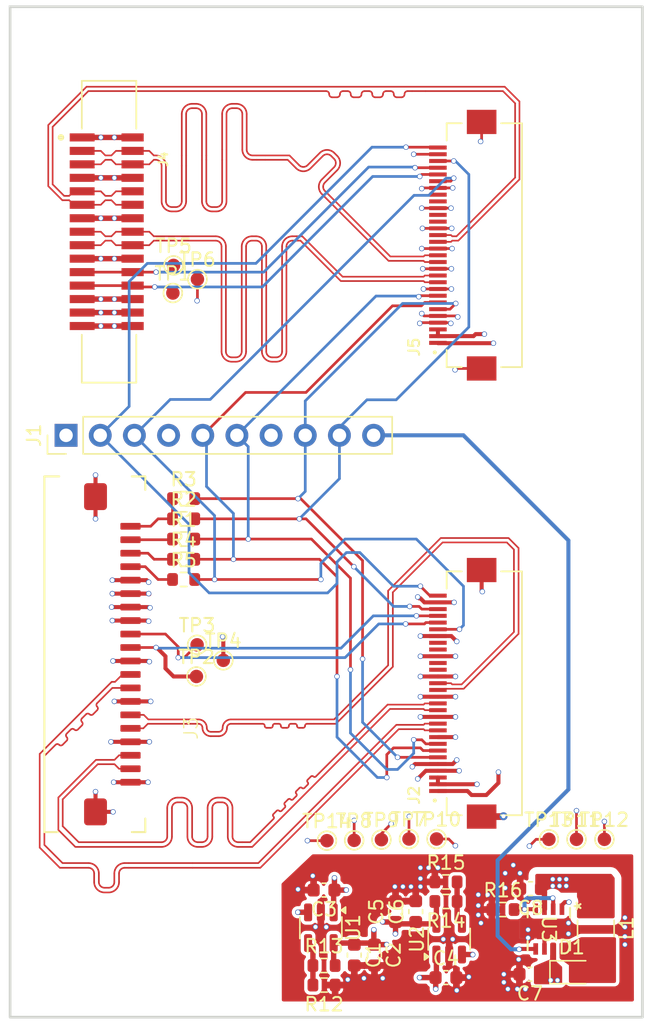
<source format=kicad_pcb>
(kicad_pcb (version 20241229) (generator "pcbnew") (generator_version "9.0")
  (layers (0 "F.Cu" signal) (4 "In1.Cu" signal) (6 "In2.Cu" signal) (2 "B.Cu" signal) (13 "F.Paste" user) (15 "B.Paste" user) (5 "F.SilkS" user "F.Silkscreen") (7 "B.SilkS" user "B.Silkscreen") (1 "F.Mask" user) (3 "B.Mask" user) (25 "Edge.Cuts" user))
  (net 0 "")
  (net 1 "GND")
  (net 2 "+2V8")
  (net 3 "+3V3")
  (net 4 "Net-(D1-A)")
  (net 5 "Net-(J3-Pin_19)")
  (net 6 "Net-(J3-Pin_20)")
  (net 7 "Net-(J3-Pin_18)")
  (net 8 "Net-(J3-Pin_17)")
  (net 9 "Net-(U1-FB)")
  (net 10 "Net-(U2-FB)")
  (net 11 "Net-(U3-FB)")
  (net 12 "+1V8")
  (net 13 "/STM2LCD/D0_P")
  (net 14 "/STM2LCD/D3_N")
  (net 15 "/STM2LCD/CLK_P")
  (net 16 "/STM2LCD/D1_P")
  (net 17 "/STM2LCD/D0_N")
  (net 18 "/STM2LCD/CLK_N")
  (net 19 "/STM2LCD/D3_P")
  (net 20 "/STM2LCD/D2_P")
  (net 21 "/STM2LCD/D1_N")
  (net 22 "/STM2LCD/D2_N")
  (net 23 "/RPI2LCD/RPI_D0_N")
  (net 24 "/RPI2LCD/RPI_D0_P")
  (net 25 "/RPI2LCD/RPI_CLK_P")
  (net 26 "/RPI2LCD/RPI_CLK_N")
  (net 27 "/RPI2LCD/RPI_D1_N")
  (net 28 "/RPI2LCD/RPI_D1_P")
  (net 29 "/RPI2LCD/RPI_D3_P")
  (net 30 "/RPI2LCD/RPI_D3_N")
  (net 31 "/RPI2LCD/RPI_D2_P")
  (net 32 "/RPI2LCD/RPI_D2_N")
  (net 33 "DC_LED_PWM")
  (net 34 "PWM")
  (net 35 "RESET")
  (net 36 "LCM_ID")
  (net 37 "TP_RES")
  (net 38 "TP_INT")
  (net 39 "TE")
  (net 40 "TP_SDA")
  (net 41 "TP_SCL")
  (net 42 "RPI_TP_SDA")
  (net 43 "RPI_TP_SCL")
  (net 44 " LED_K")
  (net 45 " LED_A")
  (footprint "TestPoint:TestPoint_Pad_D1.0mm" (layer "F.Cu") (at 111.6 68.0125)
    (property "Reference" "TP4")
    (property "Value" "TestPoint")
  )
  (footprint "lib:HIROSE_FH12-30S-0.5SH_55_" (layer "F.Cu") (at 127.55 37.2 90)
    (property "Reference" "J5")
    (property "Value" "FH12-30S-0.5SH_55_")
  )
  (footprint "TestPoint:TestPoint_Pad_D1.0mm" (layer "F.Cu") (at 135.8 81.3)
    (property "Reference" "TP13")
    (property "Value" "TestPoint")
  )
  (footprint "Resistor_SMD:R_0603_1608Metric" (layer "F.Cu") (at 108.65 57.5125)
    (property "Reference" "R2")
    (property "Value" "0")
  )
  (footprint "Connector_PinHeader_2.54mm:PinHeader_1x10_P2.54mm_Vertical" (layer "F.Cu") (at 99.91 51.3125 90)
    (property "Reference" "J1")
    (property "Value" "Conn_01x10")
  )
  (footprint "Capacitor_SMD:C_0603_1608Metric" (layer "F.Cu") (at 125.9 86.6625 90)
    (property "Reference" "C6")
    (property "Value" "4.7uF")
  )
  (footprint "Package_TO_SOT_SMD:SOT-23-5" (layer "F.Cu") (at 118.85 87.8625 -90)
    (property "Reference" "U1")
    (property "Value" "TLV75801PDBV")
  )
  (footprint "Resistor_SMD:R_0603_1608Metric" (layer "F.Cu") (at 108.65 60.5125)
    (property "Reference" "R4")
    (property "Value" "0")
  )
  (footprint "Capacitor_SMD:C_0603_1608Metric" (layer "F.Cu") (at 124.4 86.6625 90)
    (property "Reference" "C5")
    (property "Value" "0.47uF")
  )
  (footprint "Resistor_SMD:R_0603_1608Metric" (layer "F.Cu") (at 108.65 59.0125)
    (property "Reference" "R1")
    (property "Value" "0")
  )
  (footprint "Diode_SMD:D_SOD-323" (layer "F.Cu") (at 137.4875 91.1625)
    (property "Reference" "D1")
    (property "Value" "1N5819WS")
  )
  (footprint "TestPoint:TestPoint_Pad_D1.0mm" (layer "F.Cu") (at 109.65 66.8625)
    (property "Reference" "TP3")
    (property "Value" "TestPoint")
  )
  (footprint "Resistor_SMD:R_0603_1608Metric" (layer "F.Cu") (at 132.3875 86.5125)
    (property "Reference" "R16")
    (property "Value" "6.8")
  )
  (footprint "TestPoint:TestPoint_Pad_D1.0mm" (layer "F.Cu") (at 139.925 81.3)
    (property "Reference" "TP12")
    (property "Value" "TestPoint")
  )
  (footprint "lib:DRB8_1P75X1P5" (layer "F.Cu") (at 135.7938 87.9625 -90)
    (property "Reference" "U3")
    (property "Value" "TPS61042DRBR")
  )
  (footprint "Capacitor_SMD:C_0603_1608Metric" (layer "F.Cu") (at 121.335 89.892501 -90)
    (property "Reference" "C1")
    (property "Value" "0.47uF")
  )
  (footprint "lib:HIROSE_FH12-30S-0.5SH_55_" (layer "F.Cu") (at 127.55 70.4625 90)
    (property "Reference" "J2")
    (property "Value" "FH12-30S-0.5SH_55_")
  )
  (footprint "TestPoint:TestPoint_Pad_D1.0mm" (layer "F.Cu") (at 107.85 40.75)
    (property "Reference" "TP1")
    (property "Value" "TestPoint")
  )
  (footprint "TestPoint:TestPoint_Pad_D1.0mm" (layer "F.Cu") (at 119.3 81.4)
    (property "Reference" "TP14")
    (property "Value" "TestPoint")
  )
  (footprint "Inductor_SMD:L_1210_3225Metric" (layer "F.Cu") (at 139.2875 87.9125 -90)
    (property "Reference" "L1")
    (property "Value" "L")
  )
  (footprint "TestPoint:TestPoint_Pad_D1.0mm" (layer "F.Cu") (at 121.325 81.375)
    (property "Reference" "TP8")
    (property "Value" "TestPoint")
  )
  (footprint "TestPoint:TestPoint_Pad_D1.0mm" (layer "F.Cu") (at 107.9 38.7)
    (property "Reference" "TP5")
    (property "Value" "TestPoint")
  )
  (footprint "Capacitor_SMD:C_0603_1608Metric" (layer "F.Cu") (at 134.4375 84.9625 180)
    (property "Reference" "C8")
    (property "Value" "4.7uF")
  )
  (footprint "Package_TO_SOT_SMD:SOT-23-5" (layer "F.Cu") (at 128.3875 88.7125 90)
    (property "Reference" "U2")
    (property "Value" "TLV75801PDBV")
  )
  (footprint "TestPoint:TestPoint_Pad_D1.0mm" (layer "F.Cu") (at 109.6 69.2125)
    (property "Reference" "TP2")
    (property "Value" "TestPoint")
  )
  (footprint "Resistor_SMD:R_0603_1608Metric" (layer "F.Cu") (at 108.65 56.0125)
    (property "Reference" "R3")
    (property "Value" "0")
  )
  (footprint "Resistor_SMD:R_0603_1608Metric" (layer "F.Cu") (at 108.65 62.0125)
    (property "Reference" "R5")
    (property "Value" "0")
  )
  (footprint "Resistor_SMD:R_0603_1608Metric" (layer "F.Cu") (at 119.085 90.667501)
    (property "Reference" "R13")
    (property "Value" "160k")
  )
  (footprint "Capacitor_SMD:C_0603_1608Metric" (layer "F.Cu") (at 119.085 85.067501 180)
    (property "Reference" "C3")
    (property "Value" "0.47uF")
  )
  (footprint "Capacitor_SMD:C_0603_1608Metric" (layer "F.Cu") (at 134.3875 91.3125 180)
    (property "Reference" "C7")
    (property "Value" "1uF")
  )
  (footprint "TestPoint:TestPoint_Pad_D1.0mm" (layer "F.Cu") (at 109.675 39.725)
    (property "Reference" "TP6")
    (property "Value" "TestPoint")
  )
  (footprint "TestPoint:TestPoint_Pad_D1.0mm" (layer "F.Cu") (at 137.85 81.3)
    (property "Reference" "TP11")
    (property "Value" "TestPoint")
  )
  (footprint "lib:TE_1-1734248-5" (layer "F.Cu") (at 103.131249 36.2 -90)
    (property "Reference" "J4")
    (property "Value" "1-1734248-5")
  )
  (footprint "Resistor_SMD:R_0603_1608Metric" (layer "F.Cu") (at 128.15 84.4625)
    (property "Reference" "R15")
    (property "Value" "100k")
  )
  (footprint "TestPoint:TestPoint_Pad_D1.0mm" (layer "F.Cu") (at 127.45 81.275)
    (property "Reference" "TP10")
    (property "Value" "TestPoint")
  )
  (footprint "TestPoint:TestPoint_Pad_D1.0mm" (layer "F.Cu") (at 123.35 81.325)
    (property "Reference" "TP9")
    (property "Value" "TestPoint")
  )
  (footprint "Capacitor_SMD:C_0603_1608Metric" (layer "F.Cu") (at 122.835 89.892501 -90)
    (property "Reference" "C2")
    (property "Value" "4.7uF")
  )
  (footprint "Resistor_SMD:R_0603_1608Metric" (layer "F.Cu") (at 128.15 85.9125 180)
    (property "Reference" "R14")
    (property "Value" "230k")
  )
  (footprint "TestPoint:TestPoint_Pad_D1.0mm" (layer "F.Cu") (at 125.4 81.275)
    (property "Reference" "TP7")
    (property "Value" "TestPoint")
  )
  (footprint "Resistor_SMD:R_0603_1608Metric" (layer "F.Cu") (at 119.085 92.117501 180)
    (property "Reference" "R12")
    (property "Value" "39k")
  )
  (footprint "Capacitor_SMD:C_0603_1608Metric" (layer "F.Cu") (at 128.15 91.5625)
    (property "Reference" "C4")
    (property "Value" "0.47uF")
  )
  (footprint "lib:FC-10A20P11H20" (layer "F.Cu") (at 109.7 73.0625 90)
    (property "Reference" "J3")
    (property "Value" "Conn_01x22")
  )
  (gr_rect (start 95.75 19.5) (end 142.75 94.5) (stroke (width 0.2)) (fill no) (layer "Edge.Cuts"))
  (segment (start 111.6 66.3125) (end 111.55 66.2625) (width 0.3) (layer "F.Cu") (net 1))
  (segment (start 127.55 34.45) (end 128.525 34.45) (width 0.2) (layer "F.Cu") (net 1))
  (segment (start 127.55 40.45) (end 126.475 40.45) (width 0.2) (layer "F.Cu") (net 1))
  (segment (start 121.325 81.375) (end 121.325 79.9) (width 0.2) (layer "F.Cu") (net 1))
  (segment (start 102.5 29.2) (end 101.106249 29.2) (width 0.4) (layer "F.Cu") (net 1))
  (segment (start 137.85 81.3) (end 137.85 79.175) (width 0.2) (layer "F.Cu") (net 1))
  (segment (start 106 77.0625) (end 104.7 77.0625) (width 0.3) (layer "F.Cu") (net 1))
  (segment (start 106 65.0625) (end 106.05 65.1125) (width 0.3) (layer "F.Cu") (net 1))
  (segment (start 102.5 38.2) (end 103.5 38.2) (width 0.4) (layer "F.Cu") (net 1))
  (segment (start 127.55 37.45) (end 128.6 37.45) (width 0.2) (layer "F.Cu") (net 1))
  (segment (start 130.8 62.8625) (end 130.85 62.9125) (width 0.3) (layer "F.Cu") (net 1))
  (segment (start 102.5 35.2) (end 101.106249 35.2) (width 0.4) (layer "F.Cu") (net 1))
  (segment (start 106.05 68.0625) (end 106.1 68.1125) (width 0.3) (layer "F.Cu") (net 1))
  (segment (start 104.7 68.0625) (end 103.4 68.0625) (width 0.3) (layer "F.Cu") (net 1))
  (segment (start 135.468799 88.287501) (end 135.7938 87.9625) (width 0.3) (layer "F.Cu") (net 1))
  (segment (start 104.7 68.0625) (end 106.05 68.0625) (width 0.3) (layer "F.Cu") (net 1))
  (segment (start 102.5 41.2) (end 101.106249 41.2) (width 0.4) (layer "F.Cu") (net 1))
  (segment (start 104.856249 41.2) (end 103.5 41.2) (width 0.4) (layer "F.Cu") (net 1))
  (segment (start 132.4 79.6125) (end 132.425 79.5875) (width 0.5) (layer "F.Cu") (net 1))
  (segment (start 103.5 41.2) (end 102.5 41.2) (width 0.4) (layer "F.Cu") (net 1))
  (segment (start 104.7 74.0625) (end 106.1 74.0625) (width 0.3) (layer "F.Cu") (net 1))
  (segment (start 128.925 46.35) (end 128.825 46.45) (width 0.2) (layer "F.Cu") (net 1))
  (segment (start 127.55 32.95) (end 126.4 32.95) (width 0.2) (layer "F.Cu") (net 1))
  (segment (start 102.1 55.8625) (end 102.1 57.5125) (width 0.3) (layer "F.Cu") (net 1))
  (segment (start 104.700001 71.0625) (end 103.5 71.0625) (width 0.3) (layer "F.Cu") (net 1))
  (segment (start 127.55 34.45) (end 126.35 34.45) (width 0.2) (layer "F.Cu") (net 1))
  (segment (start 127.55 66.2125) (end 126.25 66.2125) (width 0.3) (layer "F.Cu") (net 1))
  (segment (start 126.25 69.2125) (end 126.250001 69.212501) (width 0.3) (layer "F.Cu") (net 1))
  (segment (start 103.5 38.2) (end 104.856249 38.2) (width 0.4) (layer "F.Cu") (net 1))
  (segment (start 104.7 65.0625) (end 103.35 65.0625) (width 0.3) (layer "F.Cu") (net 1))
  (segment (start 130.8 29.425) (end 130.8 28.05) (width 0.2) (layer "F.Cu") (net 1))
  (segment (start 130.725 29.5) (end 130.8 29.425) (width 0.2) (layer "F.Cu") (net 1))
  (segment (start 104.856249 29.2) (end 103.5 29.2) (width 0.4) (layer "F.Cu") (net 1))
  (segment (start 127.55 72.2125) (end 126.25 72.2125) (width 0.3) (layer "F.Cu") (net 1))
  (segment (start 130.8 46.35) (end 128.925 46.35) (width 0.2) (layer "F.Cu") (net 1))
  (segment (start 127.55 72.2125) (end 128.85 72.2125) (width 0.3) (layer "F.Cu") (net 1))
  (segment (start 102.1 77.9625) (end 102.1 77.7625) (width 0.3) (layer "F.Cu") (net 1))
  (segment (start 104.700001 62.0625) (end 103.35 62.0625) (width 0.3) (layer "F.Cu") (net 1))
  (segment (start 103.399999 79.262501) (end 103.4 79.2625) (width 0.3) (layer "F.Cu") (net 1))
  (segment (start 127.55 35.95) (end 128.575 35.95) (width 0.2) (layer "F.Cu") (net 1))
  (segment (start 101.106249 38.2) (end 102.5 38.2) (width 0.4) (layer "F.Cu") (net 1))
  (segment (start 102.1 79.262501) (end 102.1 77.9625) (width 0.3) (layer "F.Cu") (net 1))
  (segment (start 126.4 35.95) (end 127.55 35.95) (width 0.2) (layer "F.Cu") (net 1))
  (segment (start 103.5 35.2) (end 102.5 35.2) (width 0.4) (layer "F.Cu") (net 1))
  (segment (start 128.849999 69.212501) (end 128.85 69.2125) (width 0.3) (layer "F.Cu") (net 1))
  (segment (start 127.55 66.2125) (end 128.55 66.2125) (width 0.3) (layer "F.Cu") (net 1))
  (segment (start 103.5 32.2) (end 102.5 32.2) (width 0.4) (layer "F.Cu") (net 1))
  (segment (start 130.8 61.3125) (end 130.8 62.8625) (width 0.3) (layer "F.Cu") (net 1))
  (segment (start 126.4 32.95) (end 126.35 33) (width 0.2) (layer "F.Cu") (net 1))
  (segment (start 104.856249 32.2) (end 103.5 32.2) (width 0.4) (layer "F.Cu") (net 1))
  (segment (start 127.55 70.7125) (end 128.85 70.7125) (width 0.3) (layer "F.Cu") (net 1))
  (segment (start 127.55 40.45) (end 128.55 40.45) (width 0.2) (layer "F.Cu") (net 1))
  (segment (start 135.468799 89.437501) (end 135.468799 88.287501) (width 0.3) (layer "F.Cu") (net 1))
  (segment (start 103.5 29.2) (end 102.5 29.2) (width 0.4) (layer "F.Cu") (net 1))
  (segment (start 127.55 37.45) (end 126.35 37.45) (width 0.2) (layer "F.Cu") (net 1))
  (segment (start 109.675 41.3) (end 109.65 41.325) (width 0.2) (layer "F.Cu") (net 1))
  (segment (start 127.55 38.95) (end 126.425 38.95) (width 0.2) (layer "F.Cu") (net 1))
  (segment (start 125.4 81.275) (end 125.4 79.625) (width 0.2) (layer "F.Cu") (net 1))
  (segment (start 104.700001 62.0625) (end 105.9 62.0625) (width 0.3) (layer "F.Cu") (net 1))
  (segment (start 111.6 68.0125) (end 111.6 66.3125) (width 0.3) (layer "F.Cu") (net 1))
  (segment (start 127.55 32.95) (end 128.65 32.95) (width 0.2) (layer "F.Cu") (net 1))
  (segment (start 102.1 54.2625) (end 102.1 55.8625) (width 0.3) (layer "F.Cu") (net 1))
  (segment (start 104.7 65.0625) (end 106 65.0625) (width 0.3) (layer "F.Cu") (net 1))
  (segment (start 128.55 66.2125) (end 128.95 66.6125) (width 0.3) (layer "F.Cu") (net 1))
  (segment (start 127.55 69.212501) (end 128.849999 69.212501) (width 0.3) (layer "F.Cu") (net 1))
  (segment (start 104.7 74.0625) (end 103.25 74.0625) (width 0.3) (layer "F.Cu") (net 1))
  (segment (start 127.55 73.7125) (end 128.85 73.7125) (width 0.3) (layer "F.Cu") (net 1))
  (segment (start 104.700001 71.0625) (end 106.2 71.0625) (width 0.3) (layer "F.Cu") (net 1))
  (segment (start 127.55 38.95) (end 128.55 38.95) (width 0.2) (layer "F.Cu") (net 1))
  (segment (start 128.575 35.95) (end 128.6 35.95) (width 0.2) (layer "F.Cu") (net 1))
  (segment (start 102.1 79.262501) (end 103.399999 79.262501) (width 0.3) (layer "F.Cu") (net 1))
  (segment (start 127.55 70.7125) (end 126.25 70.7125) (width 0.3) (layer "F.Cu") (net 1))
  (segment (start 102.5 32.2) (end 101.106249 32.2) (width 0.4) (layer "F.Cu") (net 1))
  (segment (start 125.4 79.625) (end 125.425 79.6) (width 0.2) (layer "F.Cu") (net 1))
  (segment (start 109.675 39.725) (end 109.675 41.3) (width 0.2) (layer "F.Cu") (net 1))
  (segment (start 104.856249 35.2) (end 103.5 35.2) (width 0.4) (layer "F.Cu") (net 1))
  (segment (start 103.450001 77.0625) (end 104.749999 77.0625) (width 0.3) (layer "F.Cu") (net 1))
  (segment (start 130.8 79.6125) (end 132.4 79.6125) (width 0.5) (layer "F.Cu") (net 1))
  (segment (start 127.55 67.7125) (end 128.85 67.7125) (width 0.3) (layer "F.Cu") (net 1))
  (segment (start 127.55 67.7125) (end 126.25 67.7125) (width 0.3) (layer "F.Cu") (net 1))
  (segment (start 127.55 69.212501) (end 126.250001 69.212501) (width 0.3) (layer "F.Cu") (net 1))
  (segment (start 105.9 62.0625) (end 106.05 62.2125) (width 0.3) (layer "F.Cu") (net 1))
  (via (at 102.1 77.7625) (size 0.4) (drill 0.3) (layers "F.Cu" "B.Cu") (net 1))
  (via (at 137.25 88.3125) (size 0.4) (drill 0.3) (layers "F.Cu" "B.Cu") (net 1))
  (via (at 111.55 66.2625) (size 0.4) (drill 0.3) (layers "F.Cu" "B.Cu") (net 1))
  (via (at 126.35 34.45) (size 0.4) (drill 0.3) (layers "F.Cu" "B.Cu") (net 1))
  (via (at 126.4 35.95) (size 0.4) (drill 0.3) (layers "F.Cu" "B.Cu") (net 1))
  (via (at 126.35 37.45) (size 0.4) (drill 0.3) (layers "F.Cu" "B.Cu") (net 1))
  (via (at 103.5 41.2) (size 0.4) (drill 0.3) (layers "F.Cu" "B.Cu") (net 1))
  (via (at 103.25 74.0625) (size 0.4) (drill 0.3) (layers "F.Cu" "B.Cu") (net 1))
  (via (at 126.25 69.2125) (size 0.4) (drill 0.3) (layers "F.Cu" "B.Cu") (net 1))
  (via (at 102.5 32.2) (size 0.4) (drill 0.3) (layers "F.Cu" "B.Cu") (net 1))
  (via (at 120.85 91.7125) (size 0.4) (drill 0.3) (layers "F.Cu" "B.Cu") (net 1))
  (via (at 131.25 85.4125) (size 0.4) (drill 0.3) (layers "F.Cu" "B.Cu") (net 1))
  (via (at 132.45 91.9125) (size 0.4) (drill 0.3) (layers "F.Cu" "B.Cu") (net 1))
  (via (at 126.25 83.4125) (size 0.4) (drill 0.3) (layers "F.Cu" "B.Cu") (net 1))
  (via (at 134.25 88.6125) (size 0.4) (drill 0.3) (layers "F.Cu" "B.Cu") (net 1))
  (via (at 127.95 88.7125) (size 0.4) (drill 0.3) (layers "F.Cu" "B.Cu") (net 1))
  (via (at 106.1 68.1125) (size 0.4) (drill 0.3) (layers "F.Cu" "B.Cu") (net 1))
  (via (at 133.55 90.2125) (size 0.4) (drill 0.3) (layers "F.Cu" "B.Cu") (net 1))
  (via (at 130.725 29.5) (size 0.4) (drill 0.3) (layers "F.Cu" "B.Cu") (net 1))
  (via (at 133.45 92.4125) (size 0.4) (drill 0.3) (layers "F.Cu" "B.Cu") (net 1))
  (via (at 141.45 87.8125) (size 0.4) (drill 0.3) (layers "F.Cu" "B.Cu") (net 1))
  (via (at 132.55 83.8125) (size 0.4) (drill 0.3) (layers "F.Cu" "B.Cu") (net 1))
  (via (at 102.1 57.5125) (size 0.4) (drill 0.3) (layers "F.Cu" "B.Cu") (net 1))
  (via (at 128.95 66.6125) (size 0.4) (drill 0.3) (layers "F.Cu" "B.Cu") (net 1))
  (via (at 109.65 41.325) (size 0.4) (drill 0.3) (layers "F.Cu" "B.Cu") (net 1))
  (via (at 126.475 40.45) (size 0.4) (drill 0.3) (layers "F.Cu" "B.Cu") (net 1))
  (via (at 130.75 87.5125) (size 0.4) (drill 0.3) (layers "F.Cu" "B.Cu") (net 1))
  (via (at 133.65 83.8125) (size 0.4) (drill 0.3) (layers "F.Cu" "B.Cu") (net 1))
  (via (at 130.55 85.4125) (size 0.4) (drill 0.3) (layers "F.Cu" "B.Cu") (net 1))
  (via (at 141.45 88.5125) (size 0.4) (drill 0.3) (layers "F.Cu" "B.Cu") (net 1))
  (via (at 106.05 65.1125) (size 0.4) (drill 0.3) (layers "F.Cu" "B.Cu") (net 1))
  (via (at 124.95 84.8125) (size 0.4) (drill 0.3) (layers "F.Cu" "B.Cu") (net 1))
  (via (at 128.55 38.95) (size 0.4) (drill 0.3) (layers "F.Cu" "B.Cu") (net 1))
  (via (at 128.65 88.7125) (size 0.4) (drill 0.3) (layers "F.Cu" "B.Cu") (net 1))
  (via (at 118.45 87.801576) (size 0.4) (drill 0.3) (layers "F.Cu" "B.Cu") (net 1))
  (via (at 103.35 65.0625) (size 0.4) (drill 0.3) (layers "F.Cu" "B.Cu") (net 1))
  (via (at 126.85 83.4125) (size 0.4) (drill 0.3) (layers "F.Cu" "B.Cu") (net 1))
  (via (at 128.55 40.45) (size 0.4) (drill 0.3) (layers "F.Cu" "B.Cu") (net 1))
  (via (at 125.55 84.8125) (size 0.4) (drill 0.3) (layers "F.Cu" "B.Cu") (net 1))
  (via (at 103.5 71.0625) (size 0.4) (drill 0.3) (layers "F.Cu" "B.Cu") (net 1))
  (via (at 130.55 86.9125) (size 0.4) (drill 0.3) (layers "F.Cu" "B.Cu") (net 1))
  (via (at 132.55 84.9125) (size 0.4) (drill 0.3) (layers "F.Cu" "B.Cu") (net 1))
  (via (at 128.85 73.7125) (size 0.4) (drill 0.3) (layers "F.Cu" "B.Cu") (net 1))
  (via (at 122.05 91.6125) (size 0.4) (drill 0.3) (layers "F.Cu" "B.Cu") (net 1))
  (via (at 103.5 35.2) (size 0.4) (drill 0.3) (layers "F.Cu" "B.Cu") (net 1))
  (via (at 128.6 37.45) (size 0.4) (drill 0.3) (layers "F.Cu" "B.Cu") (net 1))
  (via (at 102.5 35.2) (size 0.4) (drill 0.3) (layers "F.Cu" "B.Cu") (net 1))
  (via (at 102.1 54.2625) (size 0.4) (drill 0.3) (layers "F.Cu" "B.Cu") (net 1))
  (via (at 103.4 68.0625) (size 0.4) (drill 0.3) (layers "F.Cu" "B.Cu") (net 1))
  (via (at 106.05 62.2125) (size 0.4) (drill 0.3) (layers "F.Cu" "B.Cu") (net 1))
  (via (at 126.25 84.8125) (size 0.4) (drill 0.3) (layers "F.Cu" "B.Cu") (net 1))
  (via (at 123.45 91.6125) (size 0.4) (drill 0.3) (layers "F.Cu" "B.Cu") (net 1))
  (via (at 137.85 79.175) (size 0.4) (drill 0.3) (layers "F.Cu" "B.Cu") (net 1))
  (via (at 106 77.0625) (size 0.4) (drill 0.3) (layers "F.Cu" "B.Cu") (net 1))
  (via (at 128.85 69.2125) (size 0.4) (drill 0.3) (layers "F.Cu" "B.Cu") (net 1))
  (via (at 126.425 38.95) (size 0.4) (drill 0.3) (layers "F.Cu" "B.Cu") (net 1))
  (via (at 121.325 79.9) (size 0.4) (drill 0.3) (layers "F.Cu" "B.Cu") (net 1))
  (via (at 128.85 67.7125) (size 0.4) (drill 0.3) (layers "F.Cu" "B.Cu") (net 1))
  (via (at 126.25 70.7125) (size 0.4) (drill 0.3) (layers "F.Cu" "B.Cu") (net 1))
  (via (at 141.45 89.1125) (size 0.4) (drill 0.3) (layers "F.Cu" "B.Cu") (net 1))
  (via (at 126.35 33) (size 0.4) (drill 0.3) (layers "F.Cu" "B.Cu") (net 1))
  (via (at 117.15 85.0125) (size 0.4) (drill 0.3) (layers "F.Cu" "B.Cu") (net 1))
  (via (at 130.55 86.2125) (size 0.4) (drill 0.3) (layers "F.Cu" "B.Cu") (net 1))
  (via (at 106.2 71.0625) (size 0.4) (drill 0.3) (layers "F.Cu" "B.Cu") (net 1))
  (via (at 134.25 88.0125) (size 0.4) (drill 0.3) (layers "F.Cu" "B.Cu") (net 1))
  (via (at 128.65 32.95) (size 0.4) (drill 0.3) (layers "F.Cu" "B.Cu") (net 1))
  (via (at 132.75 92.4125) (size 0.4) (drill 0.3) (layers "F.Cu" "B.Cu") (net 1))
  (via (at 103.5 29.2) (size 0.4) (drill 0.3) (layers "F.Cu" "B.Cu") (net 1))
  (via (at 103.4 79.2625) (size 0.4) (drill 0.3) (layers "F.Cu" "B.Cu") (net 1))
  (via (at 128.575 35.95) (size 0.4) (drill 0.3) (layers "F.Cu" "B.Cu") (net 1))
  (via (at 130.85 62.9125) (size 0.4) (drill 0.3) (layers "F.Cu" "B.Cu") (net 1))
  (via (at 132.45 91.3125) (size 0.4) (drill 0.3) (layers "F.Cu" "B.Cu") (net 1))
  (via (at 128.95 92.5125) (size 0.4) (drill 0.3) (layers "F.Cu" "B.Cu") (net 1))
  (via (at 128.85 72.2125) (size 0.4) (drill 0.3) (layers "F.Cu" "B.Cu") (net 1))
  (via (at 125.425 79.6) (size 0.4) (drill 0.3) (layers "F.Cu" "B.Cu") (net 1))
  (via (at 102.5 29.2) (size 0.4) (drill 0.3) (layers "F.Cu" "B.Cu") (net 1))
  (via (at 128.85 70.7125) (size 0.4) (drill 0.3) (layers "F.Cu" "B.Cu") (net 1))
  (via (at 128.825 46.45) (size 0.4) (drill 0.3) (layers "F.Cu" "B.Cu") (net 1))
  (via (at 102.5 38.2) (size 0.4) (drill 0.3) (layers "F.Cu" "B.Cu") (net 1))
  (via (at 126.25 72.2125) (size 0.4) (drill 0.3) (layers "F.Cu" "B.Cu") (net 1))
  (via (at 128.525 34.45) (size 0.4) (drill 0.3) (layers "F.Cu" "B.Cu") (net 1))
  (via (at 106.1 74.0625) (size 0.4) (drill 0.3) (layers "F.Cu" "B.Cu") (net 1))
  (via (at 134.05 92.4125) (size 0.4) (drill 0.3) (layers "F.Cu" "B.Cu") (net 1))
  (via (at 137.25 87.5125) (size 0.4) (drill 0.3) (layers "F.Cu" "B.Cu") (net 1))
  (via (at 126.25 66.2125) (size 0.4) (drill 0.3) (layers "F.Cu" "B.Cu") (net 1))
  (via (at 103.450001 77.0625) (size 0.4) (drill 0.3) (layers "F.Cu" "B.Cu") (net 1))
  (via (at 126.25 67.7125) (size 0.4) (drill 0.3) (layers "F.Cu" "B.Cu") (net 1))
  (via (at 132.425 79.5875) (size 0.6) (drill 0.3) (layers "F.Cu" "B.Cu") (net 1))
  (via (at 103.5 32.2) (size 0.4) (drill 0.3) (layers "F.Cu" "B.Cu") (net 1))
  (via (at 129.85 91.5125) (size 0.4) (drill 0.3) (layers "F.Cu" "B.Cu") (net 1))
  (via (at 102.5 41.2) (size 0.4) (drill 0.3) (layers "F.Cu" "B.Cu") (net 1))
  (via (at 124.35 84.8125) (size 0.4) (drill 0.3) (layers "F.Cu" "B.Cu") (net 1))
  (via (at 141.45 87.1125) (size 0.4) (drill 0.3) (layers "F.Cu" "B.Cu") (net 1))
  (via (at 118.25 84.0125) (size 0.4) (drill 0.3) (layers "F.Cu" "B.Cu") (net 1))
  (via (at 119.25 87.8125) (size 0.4) (drill 0.3) (layers "F.Cu" "B.Cu") (net 1))
  (via (at 103.35 62.0625) (size 0.4) (drill 0.3) (layers "F.Cu" "B.Cu") (net 1))
  (via (at 126.25 84.2125) (size 0.4) (drill 0.3) (layers "F.Cu" "B.Cu") (net 1))
  (via (at 127.55 83.4125) (size 0.4) (drill 0.3) (layers "F.Cu" "B.Cu") (net 1))
  (via (at 103.5 38.2) (size 0.4) (drill 0.3) (layers "F.Cu" "B.Cu") (net 1))
  (via (at 133.15 83.2125) (size 0.4) (drill 0.3) (layers "F.Cu" "B.Cu") (net 1))
  (segment (start 126.2 43) (end 126.25 42.95) (width 0.2) (layer "F.Cu") (net 2))
  (segment (start 123.35 81.325) (end 123.35 80.875) (width 0.2) (layer "F.Cu") (net 2))
  (segment (start 126.25 63.4125) (end 126.15 63.4125) (width 0.3) (layer "F.Cu") (net 2))
  (segment (start 128.46005 42.95) (end 128.51005 43) (width 0.2) (layer "F.Cu") (net 2))
  (segment (start 122.7875 89.070001) (end 122.7875 88.0125) (width 0.4) (layer "F.Cu") (net 2))
  (segment (start 128.55 63.7125) (end 128.75 63.7125) (width 0.3) (layer "F.Cu") (net 2))
  (segment (start 123.35 80.875) (end 124.075 80.15) (width 0.2) (layer "F.Cu") (net 2))
  (segment (start 126.25 42.95) (end 127.55 42.95) (width 0.2) (layer "F.Cu") (net 2))
  (segment (start 127.55 63.7125) (end 126.55 63.7125) (width 0.3) (layer "F.Cu") (net 2))
  (segment (start 126.15 63.4125) (end 126.05 63.3125) (width 0.3) (layer "F.Cu") (net 2))
  (segment (start 127.55 42.95) (end 128.46005 42.95) (width 0.2) (layer "F.Cu") (net 2))
  (segment (start 127.55 76.2125) (end 129.125 76.2125) (width 0.3) (layer "F.Cu") (net 2))
  (segment (start 119.799999 89) (end 122.717499 89) (width 0.4) (layer "F.Cu") (net 2))
  (segment (start 127.55 76.2125) (end 126.65 76.2125) (width 0.3) (layer "F.Cu") (net 2))
  (segment (start 127.55 63.7125) (end 128.55 63.7125) (width 0.3) (layer "F.Cu") (net 2))
  (segment (start 122.835 89.117501) (end 123.732499 89.117501) (width 0.4) (layer "F.Cu") (net 2))
  (segment (start 119.799999 89) (end 119.799999 90.5575) (width 0.4) (layer "F.Cu") (net 2))
  (segment (start 125.75 30.45) (end 127.55 30.45) (width 0.2) (layer "F.Cu") (net 2))
  (segment (start 119.799999 90.5575) (end 119.91 90.667501) (width 0.4) (layer "F.Cu") (net 2))
  (segment (start 122.835 89.117501) (end 122.7875 89.070001) (width 0.4) (layer "F.Cu") (net 2))
  (segment (start 122.717499 89) (end 122.835 89.117501) (width 0.4) (layer "F.Cu") (net 2))
  (segment (start 126.55 63.7125) (end 126.25 63.4125) (width 0.3) (layer "F.Cu") (net 2))
  (segment (start 123.732499 89.117501) (end 123.7375 89.1125) (width 0.4) (layer "F.Cu") (net 2))
  (segment (start 126.65 76.2125) (end 126.05 76.8125) (width 0.3) (layer "F.Cu") (net 2))
  (via (at 122.7875 88.0125) (size 0.4) (drill 0.3) (layers "F.Cu" "B.Cu") (net 2))
  (via (at 126.2 43) (size 0.4) (drill 0.3) (layers "F.Cu" "B.Cu") (net 2))
  (via (at 126.05 63.3125) (size 0.4) (drill 0.3) (layers "F.Cu" "B.Cu") (net 2))
  (via (at 124.075 80.15) (size 0.4) (drill 0.3) (layers "F.Cu" "B.Cu") (net 2))
  (via (at 128.51005 43) (size 0.4) (drill 0.3) (layers "F.Cu" "B.Cu") (net 2))
  (via (at 128.75 63.7125) (size 0.4) (drill 0.3) (layers "F.Cu" "B.Cu") (net 2))
  (via (at 126.05 76.8125) (size 0.4) (drill 0.3) (layers "F.Cu" "B.Cu") (net 2))
  (via (at 123.7375 89.1125) (size 0.4) (drill 0.3) (layers "F.Cu" "B.Cu") (net 2))
  (via (at 129.125 76.2125) (size 0.4) (drill 0.3) (layers "F.Cu" "B.Cu") (net 2))
  (via (at 125.75 30.45) (size 0.4) (drill 0.3) (layers "F.Cu" "B.Cu") (net 2))
  (segment (start 135.468799 86.487499) (end 135.468799 85.218799) (width 0.4) (layer "F.Cu") (net 3))
  (segment (start 104.7 63.0625) (end 106.05 63.0625) (width 0.3) (layer "F.Cu") (net 3))
  (segment (start 127.437501 89.85) (end 127.437501 91.499999) (width 0.4) (layer "F.Cu") (net 3))
  (segment (start 130.125 89.85) (end 130.1375 89.8625) (width 0.4) (layer "F.Cu") (net 3))
  (segment (start 102.5 42.2) (end 103.5 42.2) (width 0.4) (layer "F.Cu") (net 3))
  (segment (start 126.1875 91.5625) (end 127.375 91.5625) (width 0.4) (layer "F.Cu") (net 3))
  (segment (start 119.799999 86.725) (end 119.799999 85.127502) (width 0.4) (layer "F.Cu") (net 3))
  (segment (start 135.468799 85.218799) (end 135.2125 84.9625) (width 0.4) (layer "F.Cu") (net 3))
  (segment (start 101.106249 42.2) (end 102.5 42.2) (width 0.4) (layer "F.Cu") (net 3))
  (segment (start 120.732499 85.067501) (end 120.7375 85.0625) (width 0.4) (layer "F.Cu") (net 3))
  (segment (start 119.3 81.4) (end 117.85 81.4) (width 0.2) (layer "F.Cu") (net 3))
  (segment (start 104.856249 43.2) (end 103.5 43.2) (width 0.4) (layer "F.Cu") (net 3))
  (segment (start 104.7 64.0625) (end 106.1 64.0625) (width 0.3) (layer "F.Cu") (net 3))
  (segment (start 103.5 43.2) (end 102.5 43.2) (width 0.4) (layer "F.Cu") (net 3))
  (segment (start 127.437501 91.499999) (end 127.375 91.5625) (width 0.4) (layer "F.Cu") (net 3))
  (segment (start 106.1 64.0625) (end 106.15 64.1125) (width 0.3) (layer "F.Cu") (net 3))
  (segment (start 106.05 63.0625) (end 106.1 63.1125) (width 0.3) (layer "F.Cu") (net 3))
  (segment (start 117.900001 86.725) (end 117.887501 86.7125) (width 0.4) (layer "F.Cu") (net 3))
  (segment (start 117.887501 86.7125) (end 117.1375 86.7125) (width 0.4) (layer "F.Cu") (net 3))
  (segment (start 104.7 64.0625) (end 103.3 64.0625) (width 0.3) (layer "F.Cu") (net 3))
  (segment (start 119.86 84.1625) (end 119.86 85.067501) (width 0.4) (layer "F.Cu") (net 3))
  (segment (start 104.7 63.0625) (end 103.35 63.0625) (width 0.3) (layer "F.Cu") (net 3))
  (segment (start 102.5 43.2) (end 101.106249 43.2) (width 0.4) (layer "F.Cu") (net 3))
  (segment (start 129.337499 89.85) (end 130.125 89.85) (width 0.4) (layer "F.Cu") (net 3))
  (segment (start 127.3875 91.575) (end 127.3875 92.4125) (width 0.4) (layer "F.Cu") (net 3))
  (segment (start 103.5 42.2) (end 104.856249 42.2) (width 0.4) (layer "F.Cu") (net 3))
  (segment (start 127.375 91.5625) (end 127.3875 91.575) (width 0.4) (layer "F.Cu") (net 3))
  (segment (start 119.799999 85.127502) (end 119.86 85.067501) (width 0.4) (layer "F.Cu") (net 3))
  (segment (start 119.86 85.067501) (end 120.732499 85.067501) (width 0.4) (layer "F.Cu") (net 3))
  (via (at 106.05 63.0625) (size 0.4) (drill 0.3) (layers "F.Cu" "B.Cu") (net 3))
  (via (at 117.1375 86.7125) (size 0.4) (drill 0.3) (layers "F.Cu" "B.Cu") (net 3))
  (via (at 117.85 81.4) (size 0.4) (drill 0.3) (layers "F.Cu" "B.Cu") (net 3))
  (via (at 103.5 43.2) (size 0.4) (drill 0.3) (layers "F.Cu" "B.Cu") (net 3))
  (via (at 102.5 43.2) (size 0.4) (drill 0.3) (layers "F.Cu" "B.Cu") (net 3))
  (via (at 102.5 42.2) (size 0.4) (drill 0.3) (layers "F.Cu" "B.Cu") (net 3))
  (via (at 120.7375 85.0625) (size 0.4) (drill 0.3) (layers "F.Cu" "B.Cu") (net 3))
  (via (at 136.5875 84.2625) (size 0.4) (drill 0.3) (layers "F.Cu" "B.Cu") (net 3))
  (via (at 130.1375 89.8625) (size 0.4) (drill 0.3) (layers "F.Cu" "B.Cu") (net 3))
  (via (at 137.0875 84.7625) (size 0.4) (drill 0.3) (layers "F.Cu" "B.Cu") (net 3))
  (via (at 136.5875 84.7625) (size 0.4) (drill 0.3) (layers "F.Cu" "B.Cu") (net 3))
  (via (at 103.5 42.2) (size 0.4) (drill 0.3) (layers "F.Cu" "B.Cu") (net 3))
  (via (at 119.86 84.1625) (size 0.4) (drill 0.3) (layers "F.Cu" "B.Cu") (net 3))
  (via (at 136.0875 84.2625) (size 0.4) (drill 0.3) (layers "F.Cu" "B.Cu") (net 3))
  (via (at 103.35 63.0625) (size 0.4) (drill 0.3) (layers "F.Cu" "B.Cu") (net 3))
  (via (at 103.3 64.0625) (size 0.4) (drill 0.3) (layers "F.Cu" "B.Cu") (net 3))
  (via (at 137.0875 84.2625) (size 0.4) (drill 0.3) (layers "F.Cu" "B.Cu") (net 3))
  (via (at 136.0875 84.7625) (size 0.4) (drill 0.3) (layers "F.Cu" "B.Cu") (net 3))
  (via (at 106.15 64.1125) (size 0.4) (drill 0.3) (layers "F.Cu" "B.Cu") (net 3))
  (via (at 126.1875 91.5625) (size 0.4) (drill 0.3) (layers "F.Cu" "B.Cu") (net 3))
  (via (at 127.3875 92.4125) (size 0.4) (drill 0.3) (layers "F.Cu" "B.Cu") (net 3))
  (segment (start 104.7 59.0625) (end 107.775 59.0625) (width 0.2) (layer "F.Cu") (net 5))
  (segment (start 107.775 59.0625) (end 107.825 59.0125) (width 0.2) (layer "F.Cu") (net 5))
  (segment (start 106.75 57.5125) (end 107.825 57.5125) (width 0.2) (layer "F.Cu") (net 6))
  (segment (start 107.825 56.0125) (end 107.825 57.5125) (width 0.2) (layer "F.Cu") (net 6))
  (segment (start 106.2 58.0625) (end 106.75 57.5125) (width 0.2) (layer "F.Cu") (net 6))
  (segment (start 104.7 58.0625) (end 106.2 58.0625) (width 0.2) (layer "F.Cu") (net 6))
  (segment (start 106 60.0625) (end 106.45 60.5125) (width 0.2) (layer "F.Cu") (net 7))
  (segment (start 106.45 60.5125) (end 107.825 60.5125) (width 0.2) (layer "F.Cu") (net 7))
  (segment (start 104.7 60.0625) (end 106 60.0625) (width 0.2) (layer "F.Cu") (net 7))
  (segment (start 105.800001 61.062501) (end 106.75 62.0125) (width 0.2) (layer "F.Cu") (net 8))
  (segment (start 106.75 62.0125) (end 107.825 62.0125) (width 0.2) (layer "F.Cu") (net 8))
  (segment (start 104.7 61.062501) (end 105.800001 61.062501) (width 0.2) (layer "F.Cu") (net 8))
  (segment (start 118.26 92.117501) (end 118.26 90.667501) (width 0.4) (layer "F.Cu") (net 9))
  (segment (start 118.26 90.667501) (end 118.26 89.359999) (width 0.4) (layer "F.Cu") (net 9))
  (segment (start 118.26 89.359999) (end 117.900001 89) (width 0.4) (layer "F.Cu") (net 9))
  (segment (start 128.975 87.212501) (end 129.337499 87.575) (width 0.4) (layer "F.Cu") (net 10))
  (segment (start 128.975 85.9125) (end 128.975 87.212501) (width 0.4) (layer "F.Cu") (net 10))
  (segment (start 128.975 84.4625) (end 128.975 85.9125) (width 0.4) (layer "F.Cu") (net 10))
  (segment (start 136.118801 85.731199) (end 136.118801 86.487499) (width 0.3) (layer "F.Cu") (net 11))
  (segment (start 136.0875 85.699898) (end 136.118801 85.731199) (width 0.3) (layer "F.Cu") (net 11))
  (segment (start 134.818801 86.487499) (end 133.9875 86.487499) (width 0.3) (layer "F.Cu") (net 11))
  (segment (start 133.237501 86.487499) (end 133.2125 86.5125) (width 0.3) (layer "F.Cu") (net 11))
  (segment (start 136.0875 85.6625) (end 136.0875 85.699898) (width 0.3) (layer "F.Cu") (net 11))
  (segment (start 133.9875 86.487499) (end 133.237501 86.487499) (width 0.3) (layer "F.Cu") (net 11))
  (via (at 133.9875 86.487499) (size 0.4) (drill 0.3) (layers "F.Cu" "B.Cu") (net 11))
  (via (at 136.0875 85.6625) (size 0.4) (drill 0.3) (layers "F.Cu" "B.Cu") (net 11))
  (segment (start 133.9875 85.8625) (end 134.1875 85.6625) (width 0.3) (layer "B.Cu") (net 11))
  (segment (start 133.9875 86.487499) (end 133.9875 85.8625) (width 0.3) (layer "B.Cu") (net 11))
  (segment (start 134.1875 85.6625) (end 136.0875 85.6625) (width 0.3) (layer "B.Cu") (net 11))
  (segment (start 127.437501 87.575) (end 127.437501 86.025001) (width 0.4) (layer "F.Cu") (net 12))
  (segment (start 127.437501 87.575) (end 124.5375 87.575) (width 0.4) (layer "F.Cu") (net 12))
  (segment (start 127.55 75.712501) (end 128.649999 75.712501) (width 0.3) (layer "F.Cu") (net 12))
  (segment (start 128.95 42.45) (end 127.55 42.45) (width 0.2) (layer "F.Cu") (net 12))
  (segment (start 128.35 81.275) (end 128.85 81.775) (width 0.2) (layer "F.Cu") (net 12))
  (segment (start 124.3875 88.3125) (end 124.4 88.3) (width 0.4) (layer "F.Cu") (net 12))
  (segment (start 124.4 88.3) (end 124.4 87.4375) (width 0.4) (layer "F.Cu") (net 12))
  (segment (start 124.5375 87.575) (end 124.4 87.4375) (width 0.4) (layer "F.Cu") (net 12))
  (segment (start 127.45 81.275) (end 128.35 81.275) (width 0.2) (layer "F.Cu") (net 12))
  (segment (start 125.849999 75.712501) (end 125.65 75.9125) (width 0.3) (layer "F.Cu") (net 12))
  (segment (start 128.649999 75.712501) (end 128.95 75.4125) (width 0.3) (layer "F.Cu") (net 12))
  (segment (start 129.025 42.525) (end 128.95 42.45) (width 0.2) (layer "F.Cu") (net 12))
  (segment (start 126.525 42.45) (end 126.35 42.275) (width 0.2) (layer "F.Cu") (net 12))
  (segment (start 127.55 42.45) (end 126.525 42.45) (width 0.2) (layer "F.Cu") (net 12))
  (segment (start 127.437501 86.025001) (end 127.325 85.9125) (width 0.4) (layer "F.Cu") (net 12))
  (segment (start 124.4 87.4375) (end 123.4625 87.4375) (width 0.4) (layer "F.Cu") (net 12))
  (segment (start 127.55 75.712501) (end 125.849999 75.712501) (width 0.3) (layer "F.Cu") (net 12))
  (segment (start 123.4625 87.4375) (end 123.4375 87.4125) (width 0.4) (layer "F.Cu") (net 12))
  (via (at 125.65 75.9125) (size 0.4) (drill 0.3) (layers "F.Cu" "B.Cu") (net 12))
  (via (at 128.85 81.775) (size 0.4) (drill 0.3) (layers "F.Cu" "B.Cu") (net 12))
  (via (at 124.3875 88.3125) (size 0.4) (drill 0.3) (layers "F.Cu" "B.Cu") (net 12))
  (via (at 128.95 75.4125) (size 0.4) (drill 0.3) (layers "F.Cu" "B.Cu") (net 12))
  (via (at 129.025 42.525) (size 0.4) (drill 0.3) (layers "F.Cu" "B.Cu") (net 12))
  (via (at 123.4375 87.4125) (size 0.4) (drill 0.3) (layers "F.Cu" "B.Cu") (net 12))
  (via (at 126.35 42.275) (size 0.4) (drill 0.3) (layers "F.Cu" "B.Cu") (net 12))
  (segment (start 126.486599 73.1241) (end 126.574999 73.2125) (width 0.1232) (layer "F.Cu") (net 13))
  (segment (start 114.35 83.4125) (end 124.6384 73.1241) (width 0.1232) (layer "F.Cu") (net 13))
  (segment (start 104.7 69.0625) (end 104.1 69.0625) (width 0.1232) (layer "F.Cu") (net 13))
  (segment (start 104.573313 83.4125) (end 109.317514 83.4125) (width 0.1232) (layer "F.Cu") (net 13))
  (segment (start 102.773313 85.244512) (end 103.073313 85.244512) (width 0.1232) (layer "F.Cu") (net 13))
  (segment (start 104.1 69.0625) (end 103.55 69.6125) (width 0.1232) (layer "F.Cu") (net 13))
  (segment (start 101.998313 83.8375) (end 101.998313 84.469512) (width 0.1232) (layer "F.Cu") (net 13))
  (segment (start 124.6384 73.1241) (end 126.486599 73.1241) (width 0.1232) (layer "F.Cu") (net 13))
  (segment (start 103.55 69.6125) (end 103.3 69.6125) (width 0.1232) (layer "F.Cu") (net 13))
  (segment (start 104.273313 83.4125) (end 104.573313 83.4125) (width 0.1232) (layer "F.Cu") (net 13))
  (segment (start 103.3 69.6125) (end 97.95 74.9625) (width 0.1232) (layer "F.Cu") (net 13))
  (segment (start 126.574999 73.2125) (end 127.55 73.2125) (width 0.1232) (layer "F.Cu") (net 13))
  (segment (start 97.95 81.9125) (end 99.45 83.4125) (width 0.1232) (layer "F.Cu") (net 13))
  (segment (start 109.317514 83.4125) (end 114.35 83.4125) (width 0.1232) (layer "F.Cu") (net 13))
  (segment (start 103.848313 84.469512) (end 103.848313 83.8375) (width 0.1232) (layer "F.Cu") (net 13))
  (segment (start 97.95 74.9625) (end 97.95 81.9125) (width 0.1232) (layer "F.Cu") (net 13))
  (segment (start 99.45 83.4125) (end 101.573313 83.4125) (width 0.1232) (layer "F.Cu") (net 13))
  (arc (start 103.848313 83.8375) (mid 103.972793 83.53698) (end 104.273313 83.4125) (width 0.1232) (layer "F.Cu") (net 13))
  (arc (start 101.573313 83.4125) (mid 101.873833 83.53698) (end 101.998313 83.8375) (width 0.1232) (layer "F.Cu") (net 13))
  (arc (start 103.073313 85.244512) (mid 103.621321 85.01752) (end 103.848313 84.469512) (width 0.1232) (layer "F.Cu") (net 13))
  (arc (start 101.998313 84.469512) (mid 102.225305 85.01752) (end 102.773313 85.244512) (width 0.1232) (layer "F.Cu") (net 13))
  (segment (start 127.760029 58.936519) (end 132.802557 58.936519) (width 0.1232) (layer "F.Cu") (net 15))
  (segment (start 133.54384 66.047492) (end 129.467232 70.1241) (width 0.1232) (layer "F.Cu") (net 15))
  (segment (start 123.85 62.846548) (end 127.760029 58.936519) (width 0.1232) (layer "F.Cu") (net 15))
  (segment (start 129.467232 70.1241) (end 128.613401 70.1241) (width 0.1232) (layer "F.Cu") (net 15))
  (segment (start 112.16923 72.4009) (end 112.75 72.4009) (width 0.1232) (layer "F.Cu") (net 15))
  (segment (start 127.55 70.2125) (end 128.05 70.2125) (width 0.1232) (layer "F.Cu") (net 15))
  (segment (start 110.66923 73.32013) (end 111.25 73.32013) (width 0.1232) (layer "F.Cu") (net 15))
  (segment (start 133.54384 59.677802) (end 133.54384 66.047492) (width 0.1232) (layer "F.Cu") (net 15))
  (segment (start 119.833062 72.4009) (end 123.85 68.383962) (width 0.1232) (layer "F.Cu") (net 15))
  (segment (start 112.75 72.4009) (end 114.525276 72.4009) (width 0.1232) (layer "F.Cu") (net 15))
  (segment (start 128.05 70.2125) (end 128.1384 70.1241) (width 0.1232) (layer "F.Cu") (net 15))
  (segment (start 114.525276 72.4009) (end 119.833062 72.4009) (width 0.1232) (layer "F.Cu") (net 15))
  (segment (start 128.1384 70.1241) (end 128.566938 70.1241) (width 0.1232) (layer "F.Cu") (net 15))
  (segment (start 104.7 72.0625) (end 105.6875 72.0625) (width 0.1232) (layer "F.Cu") (net 15))
  (segment (start 132.802557 58.936519) (end 133.54384 59.677802) (width 0.1232) (layer "F.Cu") (net 15))
  (segment (start 106.0259 72.4009) (end 109.75 72.4009) (width 0.1232) (layer "F.Cu") (net 15))
  (segment (start 105.6875 72.0625) (end 106.0259 72.4009) (width 0.1232) (layer "F.Cu") (net 15))
  (segment (start 123.85 68.383962) (end 123.85 62.846548) (width 0.1232) (layer "F.Cu") (net 15))
  (arc (start 111.25 73.32013) (mid 111.460728 73.232843) (end 111.548015 73.022115) (width 0.1232) (layer "F.Cu") (net 15))
  (arc (start 109.75 72.4009) (mid 110.189265 72.58285) (end 110.371215 73.022115) (width 0.1232) (layer "F.Cu") (net 15))
  (arc (start 111.548015 73.022115) (mid 111.729965 72.58285) (end 112.16923 72.4009) (width 0.1232) (layer "F.Cu") (net 15))
  (arc (start 110.371215 73.022115) (mid 110.458502 73.232843) (end 110.66923 73.32013) (width 0.1232) (layer "F.Cu") (net 15))
  (segment (start 111.205725 78.554031) (end 111.505725 78.554031) (width 0.1232) (layer "F.Cu") (net 16))
  (segment (start 113.75 81.8625) (end 123.988401 71.624099) (width 0.1232) (layer "F.Cu") (net 16))
  (segment (start 110.780725 81.0875) (end 110.780725 78.979031) (width 0.1232) (layer "F.Cu") (net 16))
  (segment (start 126.486599 71.624099) (end 126.574999 71.712499) (width 0.1232) (layer "F.Cu") (net 16))
  (segment (start 108.205725 78.554007) (end 108.505725 78.554007) (width 0.1232) (layer "F.Cu") (net 16))
  (segment (start 102.133061 75.400901) (end 99.3384 78.195562) (width 0.1232) (layer "F.Cu") (net 16))
  (segment (start 112.705725 81.8625) (end 113.005725 81.8625) (width 0.1232) (layer "F.Cu") (net 16))
  (segment (start 99.3384 78.195562) (end 99.3384 80.6009) (width 0.1232) (layer "F.Cu") (net 16))
  (segment (start 123.988401 71.624099) (end 126.486599 71.624099) (width 0.1232) (layer "F.Cu") (net 16))
  (segment (start 103.511599 75.400901) (end 102.133061 75.400901) (width 0.1232) (layer "F.Cu") (net 16))
  (segment (start 99.3384 80.6009) (end 100.6 81.8625) (width 0.1232) (layer "F.Cu") (net 16))
  (segment (start 111.930725 78.979031) (end 111.930725 81.0875) (width 0.1232) (layer "F.Cu") (net 16))
  (segment (start 103.85 75.0625) (end 103.511599 75.400901) (width 0.1232) (layer "F.Cu") (net 16))
  (segment (start 108.930725 78.979007) (end 108.930725 81.0875) (width 0.1232) (layer "F.Cu") (net 16))
  (segment (start 107.780725 81.0875) (end 107.780725 78.979007) (width 0.1232) (layer "F.Cu") (net 16))
  (segment (start 126.574999 71.712499) (end 127.55 71.712499) (width 0.1232) (layer "F.Cu") (net 16))
  (segment (start 109.705725 81.8625) (end 110.005725 81.8625) (width 0.1232) (layer "F.Cu") (net 16))
  (segment (start 100.6 81.8625) (end 107.005725 81.8625) (width 0.1232) (layer "F.Cu") (net 16))
  (segment (start 113.6 81.8625) (end 113.75 81.8625) (width 0.1232) (layer "F.Cu") (net 16))
  (segment (start 104.700001 75.0625) (end 103.85 75.0625) (width 0.1232) (layer "F.Cu") (net 16))
  (segment (start 113.005725 81.8625) (end 113.6 81.8625) (width 0.1232) (layer "F.Cu") (net 16))
  (arc (start 108.505725 78.554007) (mid 108.806245 78.678487) (end 108.930725 78.979007) (width 0.1232) (layer "F.Cu") (net 16))
  (arc (start 110.005725 81.8625) (mid 110.553733 81.635508) (end 110.780725 81.0875) (width 0.1232) (layer "F.Cu") (net 16))
  (arc (start 107.005725 81.8625) (mid 107.553733 81.635508) (end 107.780725 81.0875) (width 0.1232) (layer "F.Cu") (net 16))
  (arc (start 111.930725 81.0875) (mid 112.157717 81.635508) (end 112.705725 81.8625) (width 0.1232) (layer "F.Cu") (net 16))
  (arc (start 108.930725 81.0875) (mid 109.157717 81.635508) (end 109.705725 81.8625) (width 0.1232) (layer "F.Cu") (net 16))
  (arc (start 110.780725 78.979031) (mid 110.905205 78.678511) (end 111.205725 78.554031) (width 0.1232) (layer "F.Cu") (net 16))
  (arc (start 111.505725 78.554031) (mid 111.806245 78.678511) (end 111.930725 78.979031) (width 0.1232) (layer "F.Cu") (net 16))
  (arc (start 107.780725 78.979007) (mid 107.905205 78.678487) (end 108.205725 78.554007) (width 0.1232) (layer "F.Cu") (net 16))
  (segment (start 98.3 81.7125) (end 98.3 75.1125) (width 0.1232) (layer "F.Cu") (net 17))
  (segment (start 114.2 83.0625) (end 124.4616 72.8009) (width 0.1232) (layer "F.Cu") (net 17))
  (segment (start 109.317514 83.0625) (end 114.2 83.0625) (width 0.1232) (layer "F.Cu") (net 17))
  (segment (start 101.573313 83.0625) (end 99.65 83.0625) (width 0.1232) (layer "F.Cu") (net 17))
  (segment (start 101.089934 72.322563) (end 101.393991 72.018508) (width 0.1232) (layer "F.Cu") (net 17))
  (segment (start 126.486599 72.8009) (end 126.574999 72.7125) (width 0.1232) (layer "F.Cu") (net 17))
  (segment (start 100.785879 73.149879) (end 101.089934 72.845823) (width 0.1232) (layer "F.Cu") (net 17))
  (segment (start 103.498313 84.469512) (end 103.498313 83.8375) (width 0.1232) (layer "F.Cu") (net 17))
  (segment (start 103.35 70.0625) (end 104.7 70.0625) (width 0.1232) (layer "F.Cu") (net 17))
  (segment (start 102.773313 84.894512) (end 103.073313 84.894512) (width 0.1232) (layer "F.Cu") (net 17))
  (segment (start 126.574999 72.7125) (end 127.55 72.7125) (width 0.1232) (layer "F.Cu") (net 17))
  (segment (start 101.393991 72.018508) (end 101.393992 72.018508) (width 0.1232) (layer "F.Cu") (net 17))
  (segment (start 99.65 83.0625) (end 98.3 81.7125) (width 0.1232) (layer "F.Cu") (net 17))
  (segment (start 102.65625 70.75625) (end 103.35 70.0625) (width 0.1232) (layer "F.Cu") (net 17))
  (segment (start 102.348313 83.8375) (end 102.348313 84.469512) (width 0.1232) (layer "F.Cu") (net 17))
  (segment (start 99.958563 73.453934) (end 100.26262 73.149879) (width 0.1232) (layer "F.Cu") (net 17))
  (segment (start 104.573313 83.0625) (end 109.317514 83.0625) (width 0.1232) (layer "F.Cu") (net 17))
  (segment (start 99.654508 74.28125) (end 99.958563 73.977194) (width 0.1232) (layer "F.Cu") (net 17))
  (segment (start 100.26262 73.149879) (end 100.262621 73.149879) (width 0.1232) (layer "F.Cu") (net 17))
  (segment (start 102.221305 71.191192) (end 102.525362 70.887137) (width 0.1232) (layer "F.Cu") (net 17))
  (segment (start 101.91725 72.018508) (end 102.221305 71.714452) (width 0.1232) (layer "F.Cu") (net 17))
  (segment (start 104.273313 83.0625) (end 104.573313 83.0625) (width 0.1232) (layer "F.Cu") (net 17))
  (segment (start 124.4616 72.8009) (end 126.486599 72.8009) (width 0.1232) (layer "F.Cu") (net 17))
  (segment (start 98.3 75.1125) (end 99.13125 74.28125) (width 0.1232) (layer "F.Cu") (net 17))
  (segment (start 102.525362 70.887137) (end 102.65625 70.75625) (width 0.1232) (layer "F.Cu") (net 17))
  (arc (start 99.958563 73.977194) (mid 100.012748 73.846379) (end 99.958563 73.715564) (width 0.1232) (layer "F.Cu") (net 17))
  (arc (start 102.348313 84.469512) (mid 102.472793 84.770032) (end 102.773313 84.894512) (width 0.1232) (layer "F.Cu") (net 17))
  (arc (start 103.073313 84.894512) (mid 103.373833 84.770032) (end 103.498313 84.469512) (width 0.1232) (layer "F.Cu") (net 17))
  (arc (start 99.392879 74.28125) (mid 99.523694 74.335435) (end 99.654508 74.28125) (width 0.1232) (layer "F.Cu") (net 17))
  (arc (start 100.262621 73.149879) (mid 100.393435 73.095694) (end 100.52425 73.149879) (width 0.1232) (layer "F.Cu") (net 17))
  (arc (start 99.13125 74.28125) (mid 99.262064 74.227065) (end 99.392879 74.28125) (width 0.1232) (layer "F.Cu") (net 17))
  (arc (start 101.393992 72.018508) (mid 101.524806 71.964323) (end 101.655621 72.018508) (width 0.1232) (layer "F.Cu") (net 17))
  (arc (start 102.221305 71.452822) (mid 102.16712 71.322007) (end 102.221305 71.191192) (width 0.1232) (layer "F.Cu") (net 17))
  (arc (start 100.52425 73.149879) (mid 100.655065 73.204064) (end 100.785879 73.149879) (width 0.1232) (layer "F.Cu") (net 17))
  (arc (start 101.089934 72.845823) (mid 101.144119 72.715008) (end 101.089934 72.584193) (width 0.1232) (layer "F.Cu") (net 17))
  (arc (start 103.498313 83.8375) (mid 103.725305 83.289492) (end 104.273313 83.0625) (width 0.1232) (layer "F.Cu") (net 17))
  (arc (start 101.655621 72.018508) (mid 101.786436 72.072693) (end 101.91725 72.018508) (width 0.1232) (layer "F.Cu") (net 17))
  (arc (start 99.958563 73.715564) (mid 99.904378 73.584749) (end 99.958563 73.453934) (width 0.1232) (layer "F.Cu") (net 17))
  (arc (start 101.573313 83.0625) (mid 102.121321 83.289492) (end 102.348313 83.8375) (width 0.1232) (layer "F.Cu") (net 17))
  (arc (start 101.089934 72.584193) (mid 101.035749 72.453378) (end 101.089934 72.322563) (width 0.1232) (layer "F.Cu") (net 17))
  (arc (start 102.221305 71.714452) (mid 102.27549 71.583637) (end 102.221305 71.452822) (width 0.1232) (layer "F.Cu") (net 17))
  (segment (start 118.325 72.7241) (end 119.966938 72.7241) (width 0.1232) (layer "F.Cu") (net 18))
  (segment (start 127.9 59.2625) (end 132.671462 59.2625) (width 0.1232) (layer "F.Cu") (net 18))
  (segment (start 128.525001 69.7125) (end 127.55 69.7125) (width 0.1232) (layer "F.Cu") (net 18))
  (segment (start 105.65 73.0625) (end 105.9884 72.7241) (width 0.1232) (layer "F.Cu") (net 18))
  (segment (start 133.2 65.9125) (end 129.3116 69.8009) (width 0.1232) (layer "F.Cu") (net 18))
  (segment (start 124.2 62.9625) (end 127.9 59.2625) (width 0.1232) (layer "F.Cu") (net 18))
  (segment (start 124.2 68.491038) (end 124.2 62.9625) (width 0.1232) (layer "F.Cu") (net 18))
  (segment (start 110.66923 73.64333) (end 111.25 73.64333) (width 0.1232) (layer "F.Cu") (net 18))
  (segment (start 112.75 72.7241) (end 114.525276 72.7241) (width 0.1232) (layer "F.Cu") (net 18))
  (segment (start 128.613401 69.8009) (end 128.525001 69.7125) (width 0.1232) (layer "F.Cu") (net 18))
  (segment (start 117.225276 73.0241) (end 117.525276 73.0241) (width 0.1232) (layer "F.Cu") (net 18))
  (segment (start 116.625276 72.7241) (end 116.925276 72.7241) (width 0.1232) (layer "F.Cu") (net 18))
  (segment (start 119.966938 72.7241) (end 124.2 68.491038) (width 0.1232) (layer "F.Cu") (net 18))
  (segment (start 133.2 59.791038) (end 133.2 65.9125) (width 0.1232) (layer "F.Cu") (net 18))
  (segment (start 132.671462 59.2625) (end 133.2 59.791038) (width 0.1232) (layer "F.Cu") (net 18))
  (segment (start 114.825276 73.0241) (end 115.125276 73.0241) (width 0.1232) (layer "F.Cu") (net 18))
  (segment (start 127.55 69.7125) (end 128.05 69.7125) (width 0.1232) (layer "F.Cu") (net 18))
  (segment (start 118.125276 72.7241) (end 118.325 72.7241) (width 0.1232) (layer "F.Cu") (net 18))
  (segment (start 104.7 73.0625) (end 105.65 73.0625) (width 0.1232) (layer "F.Cu") (net 18))
  (segment (start 115.425276 72.7241) (end 115.725276 72.7241) (width 0.1232) (layer "F.Cu") (net 18))
  (segment (start 117.825276 72.7241) (end 118.125276 72.7241) (width 0.1232) (layer "F.Cu") (net 18))
  (segment (start 112.16923 72.7241) (end 112.75 72.7241) (width 0.1232) (layer "F.Cu") (net 18))
  (segment (start 129.3116 69.8009) (end 128.613401 69.8009) (width 0.1232) (layer "F.Cu") (net 18))
  (segment (start 116.025276 73.0241) (end 116.325276 73.0241) (width 0.1232) (layer "F.Cu") (net 18))
  (segment (start 105.9884 72.7241) (end 109.75 72.7241) (width 0.1232) (layer "F.Cu") (net 18))
  (arc (start 111.25 73.64333) (mid 111.689265 73.46138) (end 111.871215 73.022115) (width 0.1232) (layer "F.Cu") (net 18))
  (arc (start 116.925276 72.7241) (mid 117.031342 72.768034) (end 117.075276 72.8741) (width 0.1232) (layer "F.Cu") (net 18))
  (arc (start 114.675276 72.8741) (mid 114.71921 72.980166) (end 114.825276 73.0241) (width 0.1232) (layer "F.Cu") (net 18))
  (arc (start 117.525276 73.0241) (mid 117.631342 72.980166) (end 117.675276 72.8741) (width 0.1232) (layer "F.Cu") (net 18))
  (arc (start 115.275276 72.8741) (mid 115.31921 72.768034) (end 115.425276 72.7241) (width 0.1232) (layer "F.Cu") (net 18))
  (arc (start 110.048015 73.022115) (mid 110.229965 73.46138) (end 110.66923 73.64333) (width 0.1232) (layer "F.Cu") (net 18))
  (arc (start 115.125276 73.0241) (mid 115.231342 72.980166) (end 115.275276 72.8741) (width 0.1232) (layer "F.Cu") (net 18))
  (arc (start 115.875276 72.8741) (mid 115.91921 72.980166) (end 116.025276 73.0241) (width 0.1232) (layer "F.Cu") (net 18))
  (arc (start 116.325276 73.0241) (mid 116.431342 72.980166) (end 116.475276 72.8741) (width 0.1232) (layer "F.Cu") (net 18))
  (arc (start 114.525276 72.7241) (mid 114.631342 72.768034) (end 114.675276 72.8741) (width 0.1232) (layer "F.Cu") (net 18))
  (arc (start 116.475276 72.8741) (mid 116.51921 72.768034) (end 116.625276 72.7241) (width 0.1232) (layer "F.Cu") (net 18))
  (arc (start 109.75 72.7241) (mid 109.960728 72.811387) (end 110.048015 73.022115) (width 0.1232) (layer "F.Cu") (net 18))
  (arc (start 117.075276 72.8741) (mid 117.11921 72.980166) (end 117.225276 73.0241) (width 0.1232) (layer "F.Cu") (net 18))
  (arc (start 115.725276 72.7241) (mid 115.831342 72.768034) (end 115.875276 72.8741) (width 0.1232) (layer "F.Cu") (net 18))
  (arc (start 111.871215 73.022115) (mid 111.958502 72.811387) (end 112.16923 72.7241) (width 0.1232) (layer "F.Cu") (net 18))
  (arc (start 117.675276 72.8741) (mid 117.71921 72.768034) (end 117.825276 72.7241) (width 0.1232) (layer "F.Cu") (net 18))
  (segment (start 117.020767 78.091734) (end 117.020767 78.091733) (width 0.1232) (layer "F.Cu") (net 21))
  (segment (start 112.280725 78.979031) (end 112.280725 81.0875) (width 0.1232) (layer "F.Cu") (net 21))
  (segment (start 117.627287 77.485216) (end 117.869297 77.243204) (width 0.1232) (layer "F.Cu") (net 21))
  (segment (start 103.511601 75.724101) (end 102.266937 75.724101) (width 0.1232) (layer "F.Cu") (net 21))
  (segment (start 108.205725 78.204007) (end 108.505725 78.204007) (width 0.1232) (layer "F.Cu") (net 21))
  (segment (start 119.177446 75.935053) (end 119.219177 75.893323) (width 0.1232) (layer "F.Cu") (net 21))
  (segment (start 126.574999 71.2125) (end 127.55 71.2125) (width 0.1232) (layer "F.Cu") (net 21))
  (segment (start 102.266937 75.724101) (end 99.6616 78.329438) (width 0.1232) (layer "F.Cu") (net 21))
  (segment (start 109.280725 78.979007) (end 109.280725 81.0875) (width 0.1232) (layer "F.Cu") (net 21))
  (segment (start 126.486599 71.3009) (end 126.574999 71.2125) (width 0.1232) (layer "F.Cu") (net 21))
  (segment (start 115.930186 79.182317) (end 116.172237 78.940264) (width 0.1232) (layer "F.Cu") (net 21))
  (segment (start 123.8116 71.3009) (end 126.486599 71.3009) (width 0.1232) (layer "F.Cu") (net 21))
  (segment (start 109.705725 81.5125) (end 110.005725 81.5125) (width 0.1232) (layer "F.Cu") (net 21))
  (segment (start 110.430725 81.0875) (end 110.430725 78.979031) (width 0.1232) (layer "F.Cu") (net 21))
  (segment (start 111.205725 78.204031) (end 111.505725 78.204031) (width 0.1232) (layer "F.Cu") (net 21))
  (segment (start 117.869297 76.878591) (end 118.111257 76.636632) (width 0.1232) (layer "F.Cu") (net 21))
  (segment (start 99.6616 78.329438) (end 99.6616 80.3241) (width 0.1232) (layer "F.Cu") (net 21))
  (segment (start 116.172237 78.940264) (end 116.172237 78.940263) (width 0.1232) (layer "F.Cu") (net 21))
  (segment (start 103.85 76.0625) (end 103.511601 75.724101) (width 0.1232) (layer "F.Cu") (net 21))
  (segment (start 117.869297 77.243204) (end 117.869297 77.243203) (width 0.1232) (layer "F.Cu") (net 21))
  (segment (start 113.6 81.5125) (end 115.323707 79.788793) (width 0.1232) (layer "F.Cu") (net 21))
  (segment (start 99.6616 80.3241) (end 100.85 81.5125) (width 0.1232) (layer "F.Cu") (net 21))
  (segment (start 119.219177 75.893323) (end 123.8116 71.3009) (width 0.1232) (layer "F.Cu") (net 21))
  (segment (start 113.005725 81.5125) (end 113.6 81.5125) (width 0.1232) (layer "F.Cu") (net 21))
  (segment (start 118.717827 76.394674) (end 119.177446 75.935053) (width 0.1232) (layer "F.Cu") (net 21))
  (segment (start 118.475869 76.636633) (end 118.717827 76.394674) (width 0.1232) (layer "F.Cu") (net 21))
  (segment (start 117.020767 77.727227) (end 117.262779 77.485216) (width 0.1232) (layer "F.Cu") (net 21))
  (segment (start 107.430725 81.0875) (end 107.430725 78.979007) (width 0.1232) (layer "F.Cu") (net 21))
  (segment (start 112.705725 81.5125) (end 113.005725 81.5125) (width 0.1232) (layer "F.Cu") (net 21))
  (segment (start 100.85 81.5125) (end 107.005725 81.5125) (width 0.1232) (layer "F.Cu") (net 21))
  (segment (start 116.172237 78.575801) (end 116.414272 78.333767) (width 0.1232) (layer "F.Cu") (net 21))
  (segment (start 115.323707 79.424369) (end 115.56576 79.182317) (width 0.1232) (layer "F.Cu") (net 21))
  (segment (start 104.7 76.0625) (end 103.85 76.0625) (width 0.1232) (layer "F.Cu") (net 21))
  (segment (start 116.778734 78.333768) (end 117.020767 78.091734) (width 0.1232) (layer "F.Cu") (net 21))
  (arc (start 107.430725 78.979007) (mid 107.657717 78.430999) (end 108.205725 78.204007) (width 0.1232) (layer "F.Cu") (net 21))
  (arc (start 116.172238 78.758031) (mid 116.134496 78.666916) (end 116.172237 78.575801) (width 0.1232) (layer "F.Cu") (net 21))
  (arc (start 117.869297 77.060897) (mid 117.83154 76.969744) (end 117.869297 76.878591) (width 0.1232) (layer "F.Cu") (net 21))
  (arc (start 115.323707 79.788793) (mid 115.361445 79.697686) (end 115.323707 79.606581) (width 0.1232) (layer "F.Cu") (net 21))
  (arc (start 111.505725 78.204031) (mid 112.053733 78.431023) (end 112.280725 78.979031) (width 0.1232) (layer "F.Cu") (net 21))
  (arc (start 118.111257 76.636632) (mid 118.20241 76.598875) (end 118.293563 76.636632) (width 0.1232) (layer "F.Cu") (net 21))
  (arc (start 116.414272 78.333767) (mid 116.505387 78.296027) (end 116.596502 78.333768) (width 0.1232) (layer "F.Cu") (net 21))
  (arc (start 117.869297 77.243203) (mid 117.907054 77.15205) (end 117.869297 77.060897) (width 0.1232) (layer "F.Cu") (net 21))
  (arc (start 115.56576 79.182317) (mid 115.656866 79.14458) (end 115.747972 79.182318) (width 0.1232) (layer "F.Cu") (net 21))
  (arc (start 112.280725 81.0875) (mid 112.405205 81.38802) (end 112.705725 81.5125) (width 0.1232) (layer "F.Cu") (net 21))
  (arc (start 117.445033 77.485216) (mid 117.536159 77.522963) (end 117.627287 77.485216) (width 0.1232) (layer "F.Cu") (net 21))
  (arc (start 115.323707 79.606581) (mid 115.285971 79.515474) (end 115.323707 79.424369) (width 0.1232) (layer "F.Cu") (net 21))
  (arc (start 110.005725 81.5125) (mid 110.306245 81.38802) (end 110.430725 81.0875) (width 0.1232) (layer "F.Cu") (net 21))
  (arc (start 117.020768 77.909479) (mid 116.983023 77.818352) (end 117.020767 77.727227) (width 0.1232) (layer "F.Cu") (net 21))
  (arc (start 107.005725 81.5125) (mid 107.306245 81.38802) (end 107.430725 81.0875) (width 0.1232) (layer "F.Cu") (net 21))
  (arc (start 109.280725 81.0875) (mid 109.405205 81.38802) (end 109.705725 81.5125) (width 0.1232) (layer "F.Cu") (net 21))
  (arc (start 116.172237 78.940263) (mid 116.209978 78.849148) (end 116.172238 78.758031) (width 0.1232) (layer "F.Cu") (net 21))
  (arc (start 110.430725 78.979031) (mid 110.657717 78.431023) (end 111.205725 78.204031) (width 0.1232) (layer "F.Cu") (net 21))
  (arc (start 117.020767 78.091733) (mid 117.058513 78.000607) (end 117.020768 77.909479) (width 0.1232) (layer "F.Cu") (net 21))
  (arc (start 115.747972 79.182318) (mid 115.839078 79.220056) (end 115.930186 79.182317) (width 0.1232) (layer "F.Cu") (net 21))
  (arc (start 116.596502 78.333768) (mid 116.687619 78.371508) (end 116.778734 78.333768) (width 0.1232) (layer "F.Cu") (net 21))
  (arc (start 108.505725 78.204007) (mid 109.053733 78.430999) (end 109.280725 78.979007) (width 0.1232) (layer "F.Cu") (net 21))
  (arc (start 117.262779 77.485216) (mid 117.353905 77.447471) (end 117.445033 77.485216) (width 0.1232) (layer "F.Cu") (net 21))
  (arc (start 118.293563 76.636632) (mid 118.384715 76.674391) (end 118.475869 76.636633) (width 0.1232) (layer "F.Cu") (net 21))
  (segment (start 126.486599 39.5384) (end 126.574999 39.45) (width 0.1232) (layer "F.Cu") (net 23))
  (segment (start 116.72919 36.5384) (end 117.02919 36.5384) (width 0.1232) (layer "F.Cu") (net 23))
  (segment (start 112.22919 45.52514) (end 112.52919 45.52514) (width 0.1232) (layer "F.Cu") (net 23))
  (segment (start 115.22919 45.52514) (end 115.52919 45.52514) (width 0.1232) (layer "F.Cu") (net 23))
  (segment (start 103.280348 36.5384) (end 102.83215 36.5384) (width 0.1232) (layer "F.Cu") (net 23))
  (segment (start 106.09375 36.2) (end 106.43215 36.5384) (width 0.1232) (layer "F.Cu") (net 23))
  (segment (start 112.96759 45.08674) (end 112.96759 37.3) (width 0.1232) (layer "F.Cu") (net 23))
  (segment (start 111.79079 37.3) (end 111.79079 45.08674) (width 0.1232) (layer "F.Cu") (net 23))
  (segment (start 120.466938 39.5384) (end 126.486599 39.5384) (width 0.1232) (layer "F.Cu") (net 23))
  (segment (start 104.856249 36.2) (end 106.09375 36.2) (width 0.1232) (layer "F.Cu") (net 23))
  (segment (start 119.612005 38.683467) (end 120.466938 39.5384) (width 0.1232) (layer "F.Cu") (net 23))
  (segment (start 117.466938 36.5384) (end 119.612005 38.683467) (width 0.1232) (layer "F.Cu") (net 23))
  (segment (start 113.72919 36.5384) (end 114.02919 36.5384) (width 0.1232) (layer "F.Cu") (net 23))
  (segment (start 106.43215 36.5384) (end 111.02919 36.5384) (width 0.1232) (layer "F.Cu") (net 23))
  (segment (start 117.02919 36.5384) (end 117.466938 36.5384) (width 0.1232) (layer "F.Cu") (net 23))
  (segment (start 115.96759 45.08674) (end 115.96759 37.3) (width 0.1232) (layer "F.Cu") (net 23))
  (segment (start 102.83215 36.5384) (end 102.49375 36.2) (width 0.1232) (layer "F.Cu") (net 23))
  (segment (start 114.79079 37.3) (end 114.79079 45.08674) (width 0.1232) (layer "F.Cu") (net 23))
  (segment (start 104.856249 36.2) (end 103.618748 36.2) (width 0.1232) (layer "F.Cu") (net 23))
  (segment (start 102.49375 36.2) (end 101.106249 36.2) (width 0.1232) (layer "F.Cu") (net 23))
  (segment (start 103.618748 36.2) (end 103.280348 36.5384) (width 0.1232) (layer "F.Cu") (net 23))
  (segment (start 126.574999 39.45) (end 127.55 39.45) (width 0.1232) (layer "F.Cu") (net 23))
  (arc (start 115.96759 37.3) (mid 116.190657 36.761467) (end 116.72919 36.5384) (width 0.1232) (layer "F.Cu") (net 23))
  (arc (start 114.02919 36.5384) (mid 114.567723 36.761467) (end 114.79079 37.3) (width 0.1232) (layer "F.Cu") (net 23))
  (arc (start 115.52919 45.52514) (mid 115.839186 45.396736) (end 115.96759 45.08674) (width 0.1232) (layer "F.Cu") (net 23))
  (arc (start 111.79079 45.08674) (mid 111.919194 45.396736) (end 112.22919 45.52514) (width 0.1232) (layer "F.Cu") (net 23))
  (arc (start 114.79079 45.08674) (mid 114.919194 45.396736) (end 115.22919 45.52514) (width 0.1232) (layer "F.Cu") (net 23))
  (arc (start 112.52919 45.52514) (mid 112.839186 45.396736) (end 112.96759 45.08674) (width 0.1232) (layer "F.Cu") (net 23))
  (arc (start 112.96759 37.3) (mid 113.190657 36.761467) (end 113.72919 36.5384) (width 0.1232) (layer "F.Cu") (net 23))
  (arc (start 111.02919 36.5384) (mid 111.567723 36.761467) (end 111.79079 37.3) (width 0.1232) (layer "F.Cu") (net 23))
  (segment (start 113.29079 45.08674) (end 113.29079 37.3) (width 0.1232) (layer "F.Cu") (net 24))
  (segment (start 126.574999 39.95) (end 127.55 39.95) (width 0.1232) (layer "F.Cu") (net 24))
  (segment (start 120.333062 39.8616) (end 126.486599 39.8616) (width 0.1232) (layer "F.Cu") (net 24))
  (segment (start 115.22919 45.84834) (end 115.52919 45.84834) (width 0.1232) (layer "F.Cu") (net 24))
  (segment (start 112.22919 45.84834) (end 112.52919 45.84834) (width 0.1232) (layer "F.Cu") (net 24))
  (segment (start 104.856249 37.2) (end 106.09375 37.2) (width 0.1232) (layer "F.Cu") (net 24))
  (segment (start 116.29079 45.08674) (end 116.29079 37.3) (width 0.1232) (layer "F.Cu") (net 24))
  (segment (start 126.486599 39.8616) (end 126.574999 39.95) (width 0.1232) (layer "F.Cu") (net 24))
  (segment (start 117.02919 36.8616) (end 117.333062 36.8616) (width 0.1232) (layer "F.Cu") (net 24))
  (segment (start 103.618748 37.2) (end 103.280348 36.8616) (width 0.1232) (layer "F.Cu") (net 24))
  (segment (start 104.856249 37.2) (end 103.618748 37.2) (width 0.1232) (layer "F.Cu") (net 24))
  (segment (start 119.383467 38.912005) (end 120.333062 39.8616) (width 0.1232) (layer "F.Cu") (net 24))
  (segment (start 106.09375 37.2) (end 106.43215 36.8616) (width 0.1232) (layer "F.Cu") (net 24))
  (segment (start 102.49375 37.2) (end 101.106249 37.2) (width 0.1232) (layer "F.Cu") (net 24))
  (segment (start 113.72919 36.8616) (end 114.02919 36.8616) (width 0.1232) (layer "F.Cu") (net 24))
  (segment (start 116.72919 36.8616) (end 117.02919 36.8616) (width 0.1232) (layer "F.Cu") (net 24))
  (segment (start 111.46759 37.3) (end 111.46759 45.08674) (width 0.1232) (layer "F.Cu") (net 24))
  (segment (start 114.46759 37.3) (end 114.46759 45.08674) (width 0.1232) (layer "F.Cu") (net 24))
  (segment (start 102.83215 36.8616) (end 102.49375 37.2) (width 0.1232) (layer "F.Cu") (net 24))
  (segment (start 103.280348 36.8616) (end 102.83215 36.8616) (width 0.1232) (layer "F.Cu") (net 24))
  (segment (start 117.333062 36.8616) (end 119.383467 38.912005) (width 0.1232) (layer "F.Cu") (net 24))
  (segment (start 106.43215 36.8616) (end 111.02919 36.8616) (width 0.1232) (layer "F.Cu") (net 24))
  (arc (start 115.52919 45.84834) (mid 116.067723 45.625273) (end 116.29079 45.08674) (width 0.1232) (layer "F.Cu") (net 24))
  (arc (start 113.29079 37.3) (mid 113.419194 36.990004) (end 113.72919 36.8616) (width 0.1232) (layer "F.Cu") (net 24))
  (arc (start 114.02919 36.8616) (mid 114.339186 36.990004) (end 114.46759 37.3) (width 0.1232) (layer "F.Cu") (net 24))
  (arc (start 111.46759 45.08674) (mid 111.690657 45.625273) (end 112.22919 45.84834) (width 0.1232) (layer "F.Cu") (net 24))
  (arc (start 116.29079 37.3) (mid 116.419194 36.990004) (end 116.72919 36.8616) (width 0.1232) (layer "F.Cu") (net 24))
  (arc (start 111.02919 36.8616) (mid 111.339186 36.990004) (end 111.46759 37.3) (width 0.1232) (layer "F.Cu") (net 24))
  (arc (start 112.52919 45.84834) (mid 113.067723 45.625273) (end 113.29079 45.08674) (width 0.1232) (layer "F.Cu") (net 24))
  (arc (start 114.46759 45.08674) (mid 114.690657 45.625273) (end 115.22919 45.84834) (width 0.1232) (layer "F.Cu") (net 24))
  (segment (start 128.525001 36.95) (end 127.55 36.95) (width 0.1232) (layer "F.Cu") (net 25))
  (segment (start 101.106249 34.2) (end 100.481249 34.2) (width 0.1232) (layer "F.Cu") (net 25))
  (segment (start 133.6116 32.316938) (end 129.066938 36.8616) (width 0.1232) (layer "F.Cu") (net 25))
  (segment (start 100.481249 34.2) (end 100.142849 33.8616) (width 0.1232) (layer "F.Cu") (net 25))
  (segment (start 129.066938 36.8616) (end 128.613401 36.8616) (width 0.1232) (layer "F.Cu") (net 25))
  (segment (start 99.633062 33.8616) (end 98.5884 32.816938) (width 0.1232) (layer "F.Cu") (net 25))
  (segment (start 102.49375 34.2) (end 101.106249 34.2) (width 0.1232) (layer "F.Cu") (net 25))
  (segment (start 132.516938 25.4384) (end 133.6116 26.533062) (width 0.1232) (layer "F.Cu") (net 25))
  (segment (start 98.5884 28.283062) (end 101.433062 25.4384) (width 0.1232) (layer "F.Cu") (net 25))
  (segment (start 128.613401 36.8616) (end 128.525001 36.95) (width 0.1232) (layer "F.Cu") (net 25))
  (segment (start 103.280348 33.8616) (end 102.83215 33.8616) (width 0.1232) (layer "F.Cu") (net 25))
  (segment (start 103.618748 34.2) (end 103.280348 33.8616) (width 0.1232) (layer "F.Cu") (net 25))
  (segment (start 100.142849 33.8616) (end 99.633062 33.8616) (width 0.1232) (layer "F.Cu") (net 25))
  (segment (start 102.83215 33.8616) (end 102.49375 34.2) (width 0.1232) (layer "F.Cu") (net 25))
  (segment (start 104.856249 34.2) (end 103.618748 34.2) (width 0.1232) (layer "F.Cu") (net 25))
  (segment (start 98.5884 32.816938) (end 98.5884 28.283062) (width 0.1232) (layer "F.Cu") (net 25))
  (segment (start 101.433062 25.4384) (end 132.516938 25.4384) (width 0.1232) (layer "F.Cu") (net 25))
  (segment (start 133.6116 26.533062) (end 133.6116 32.316938) (width 0.1232) (layer "F.Cu") (net 25))
  (segment (start 125.298672 25.7616) (end 125.638672 25.7616) (width 0.1232) (layer "F.Cu") (net 26))
  (segment (start 124.498672 26.2216) (end 124.838672 26.2216) (width 0.1232) (layer "F.Cu") (net 26))
  (segment (start 133.2884 26.666938) (end 133.2884 32.183062) (width 0.1232) (layer "F.Cu") (net 26))
  (segment (start 133.2884 32.183062) (end 128.933062 36.5384) (width 0.1232) (layer "F.Cu") (net 26))
  (segment (start 120.498672 25.7616) (end 120.838672 25.7616) (width 0.1232) (layer "F.Cu") (net 26))
  (segment (start 128.613401 36.5384) (end 128.525001 36.45) (width 0.1232) (layer "F.Cu") (net 26))
  (segment (start 122.098672 25.7616) (end 122.438672 25.7616) (width 0.1232) (layer "F.Cu") (net 26))
  (segment (start 128.525001 36.45) (end 127.55 36.45) (width 0.1232) (layer "F.Cu") (net 26))
  (segment (start 119.698672 26.2216) (end 120.038672 26.2216) (width 0.1232) (layer "F.Cu") (net 26))
  (segment (start 122.898672 26.2216) (end 123.238672 26.2216) (width 0.1232) (layer "F.Cu") (net 26))
  (segment (start 101.106249 33.2) (end 100.481249 33.2) (width 0.1232) (layer "F.Cu") (net 26))
  (segment (start 99.766938 33.5384) (end 98.9116 32.683062) (width 0.1232) (layer "F.Cu") (net 26))
  (segment (start 100.481249 33.2) (end 100.142849 33.5384) (width 0.1232) (layer "F.Cu") (net 26))
  (segment (start 121.298672 26.2216) (end 121.638672 26.2216) (width 0.1232) (layer "F.Cu") (net 26))
  (segment (start 128.933062 36.5384) (end 128.613401 36.5384) (width 0.1232) (layer "F.Cu") (net 26))
  (segment (start 103.618748 33.2) (end 103.280348 33.5384) (width 0.1232) (layer "F.Cu") (net 26))
  (segment (start 100.142849 33.5384) (end 99.766938 33.5384) (width 0.1232) (layer "F.Cu") (net 26))
  (segment (start 101.566938 25.7616) (end 119.238672 25.7616) (width 0.1232) (layer "F.Cu") (net 26))
  (segment (start 103.280348 33.5384) (end 102.83215 33.5384) (width 0.1232) (layer "F.Cu") (net 26))
  (segment (start 126.625 25.7616) (end 132.383062 25.7616) (width 0.1232) (layer "F.Cu") (net 26))
  (segment (start 98.9116 32.683062) (end 98.9116 28.416938) (width 0.1232) (layer "F.Cu") (net 26))
  (segment (start 125.638672 25.7616) (end 126.625 25.7616) (width 0.1232) (layer "F.Cu") (net 26))
  (segment (start 104.856249 33.2) (end 103.618748 33.2) (width 0.1232) (layer "F.Cu") (net 26))
  (segment (start 132.383062 25.7616) (end 133.2884 26.666938) (width 0.1232) (layer "F.Cu") (net 26))
  (segment (start 123.698672 25.7616) (end 124.038672 25.7616) (width 0.1232) (layer "F.Cu") (net 26))
  (segment (start 102.83215 33.5384) (end 102.49375 33.2) (width 0.1232) (layer "F.Cu") (net 26))
  (segment (start 98.9116 28.416938) (end 101.566938 25.7616) (width 0.1232) (layer "F.Cu") (net 26))
  (segment (start 102.49375 33.2) (end 101.106249 33.2) (width 0.1232) (layer "F.Cu") (net 26))
  (arc (start 125.068672 25.9916) (mid 125.136037 25.828965) (end 125.298672 25.7616) (width 0.1232) (layer "F.Cu") (net 26))
  (arc (start 120.268672 25.9916) (mid 120.336037 25.828965) (end 120.498672 25.7616) (width 0.1232) (layer "F.Cu") (net 26))
  (arc (start 120.838672 25.7616) (mid 121.001307 25.828965) (end 121.068672 25.9916) (width 0.1232) (layer "F.Cu") (net 26))
  (arc (start 121.868672 25.9916) (mid 121.936037 25.828965) (end 122.098672 25.7616) (width 0.1232) (layer "F.Cu") (net 26))
  (arc (start 123.468672 25.9916) (mid 123.536037 25.828965) (end 123.698672 25.7616) (width 0.1232) (layer "F.Cu") (net 26))
  (arc (start 124.038672 25.7616) (mid 124.201307 25.828965) (end 124.268672 25.9916) (width 0.1232) (layer "F.Cu") (net 26))
  (arc (start 124.838672 26.2216) (mid 125.001307 26.154235) (end 125.068672 25.9916) (width 0.1232) (layer "F.Cu") (net 26))
  (arc (start 123.238672 26.2216) (mid 123.401307 26.154235) (end 123.468672 25.9916) (width 0.1232) (layer "F.Cu") (net 26))
  (arc (start 120.038672 26.2216) (mid 120.201307 26.154235) (end 120.268672 25.9916) (width 0.1232) (layer "F.Cu") (net 26))
  (arc (start 121.638672 26.2216) (mid 121.801307 26.154235) (end 121.868672 25.9916) (width 0.1232) (layer "F.Cu") (net 26))
  (arc (start 124.268672 25.9916) (mid 124.336037 26.154235) (end 124.498672 26.2216) (width 0.1232) (layer "F.Cu") (net 26))
  (arc (start 119.468672 25.9916) (mid 119.536037 26.154235) (end 119.698672 26.2216) (width 0.1232) (layer "F.Cu") (net 26))
  (arc (start 119.238672 25.7616) (mid 119.401307 25.828965) (end 119.468672 25.9916) (width 0.1232) (layer "F.Cu") (net 26))
  (arc (start 121.068672 25.9916) (mid 121.136037 26.154235) (end 121.298672 26.2216) (width 0.1232) (layer "F.Cu") (net 26))
  (arc (start 122.438672 25.7616) (mid 122.601307 25.828965) (end 122.668672 25.9916) (width 0.1232) (layer "F.Cu") (net 26))
  (arc (start 122.668672 25.9916) (mid 122.736037 26.154235) (end 122.898672 26.2216) (width 0.1232) (layer "F.Cu") (net 26))
  (segment (start 110.33525 27.4684) (end 110.33525 30.5384) (width 0.1232) (layer "F.Cu") (net 27))
  (segment (start 120.059913 31.640378) (end 119.149408 32.55088) (width 0.1232) (layer "F.Cu") (net 27))
  (segment (start 106.43215 30.5384) (end 106.57365 30.5384) (width 0.1232) (layer "F.Cu") (net 27))
  (segment (start 107.33525 31.3) (end 107.33525 33.9316) (width 0.1232) (layer "F.Cu") (net 27))
  (segment (start 110.77365 34.37) (end 111.07365 34.37) (width 0.1232) (layer "F.Cu") (net 27))
  (segment (start 119.439269 33.460731) (end 124.016938 38.0384) (width 0.1232) (layer "F.Cu") (net 27))
  (segment (start 108.51205 31.3) (end 108.51205 30.5384) (width 0.1232) (layer "F.Cu") (net 27))
  (segment (start 111.51205 30.8616) (end 111.51205 30.1) (width 0.1232) (layer "F.Cu") (net 27))
  (segment (start 126.486599 38.0384) (end 126.574999 37.95) (width 0.1232) (layer "F.Cu") (net 27))
  (segment (start 110.33525 30.8616) (end 110.33525 33.9316) (width 0.1232) (layer "F.Cu") (net 27))
  (segment (start 108.51205 30.5384) (end 108.51205 27.4684) (width 0.1232) (layer "F.Cu") (net 27))
  (segment (start 124.016938 38.0384) (end 126.486599 38.0384) (width 0.1232) (layer "F.Cu") (net 27))
  (segment (start 110.33525 30.5384) (end 110.33525 30.8616) (width 0.1232) (layer "F.Cu") (net 27))
  (segment (start 109.27365 26.7068) (end 109.57365 26.7068) (width 0.1232) (layer "F.Cu") (net 27))
  (segment (start 102.49375 30.2) (end 101.106249 30.2) (width 0.1232) (layer "F.Cu") (net 27))
  (segment (start 126.574999 37.95) (end 127.55 37.95) (width 0.1232) (layer "F.Cu") (net 27))
  (segment (start 103.280348 30.5384) (end 102.83215 30.5384) (width 0.1232) (layer "F.Cu") (net 27))
  (segment (start 116.516938 30.5384) (end 117.240222 31.261684) (width 0.1232) (layer "F.Cu") (net 27))
  (segment (start 104.856249 30.2) (end 106.09375 30.2) (width 0.1232) (layer "F.Cu") (net 27))
  (segment (start 111.51205 33.9316) (end 111.51205 30.8616) (width 0.1232) (layer "F.Cu") (net 27))
  (segment (start 113.77365 30.5384) (end 114.07365 30.5384) (width 0.1232) (layer "F.Cu") (net 27))
  (segment (start 119.84778 30.35118) (end 120.059912 30.563312) (width 0.1232) (layer "F.Cu") (net 27))
  (segment (start 117.860212 31.261684) (end 118.770716 30.351181) (width 0.1232) (layer "F.Cu") (net 27))
  (segment (start 108.51205 33.9316) (end 108.51205 31.3) (width 0.1232) (layer "F.Cu") (net 27))
  (segment (start 103.618748 30.2) (end 103.280348 30.5384) (width 0.1232) (layer "F.Cu") (net 27))
  (segment (start 119.149408 33.170872) (end 119.361542 33.383005) (width 0.1232) (layer "F.Cu") (net 27))
  (segment (start 114.07365 30.5384) (end 114.725 30.5384) (width 0.1232) (layer "F.Cu") (net 27))
  (segment (start 112.27365 26.7068) (end 112.57365 26.7068) (width 0.1232) (layer "F.Cu") (net 27))
  (segment (start 113.33525 27.4684) (end 113.33525 30.1) (width 0.1232) (layer "F.Cu") (net 27))
  (segment (start 107.77365 34.37) (end 108.07365 34.37) (width 0.1232) (layer "F.Cu") (net 27))
  (segment (start 111.51205 30.1) (end 111.51205 27.4684) (width 0.1232) (layer "F.Cu") (net 27))
  (segment (start 102.83215 30.5384) (end 102.49375 30.2) (width 0.1232) (layer "F.Cu") (net 27))
  (segment (start 117.240222 31.261684) (end 117.24022 31.261683) (width 0.1232) (layer "F.Cu") (net 27))
  (segment (start 119.361542 33.383005) (end 119.439269 33.460731) (width 0.1232) (layer "F.Cu") (net 27))
  (segment (start 114.725 30.5384) (end 116.516938 30.5384) (width 0.1232) (layer "F.Cu") (net 27))
  (segment (start 106.09375 30.2) (end 106.43215 30.5384) (width 0.1232) (layer "F.Cu") (net 27))
  (segment (start 104.856249 30.2) (end 103.618748 30.2) (width 0.1232) (layer "F.Cu") (net 27))
  (arc (start 119.149408 32.55088) (mid 119.021004 32.860877) (end 119.149408 33.170872) (width 0.1232) (layer "F.Cu") (net 27))
  (arc (start 117.24022 31.261683) (mid 117.550218 31.390089) (end 117.860212 31.261684) (width 0.1232) (layer "F.Cu") (net 27))
  (arc (start 120.059912 30.563312) (mid 120.282979 31.101845) (end 120.059913 31.640378) (width 0.1232) (layer "F.Cu") (net 27))
  (arc (start 108.51205 27.4684) (mid 108.735117 26.929867) (end 109.27365 26.7068) (width 0.1232) (layer "F.Cu") (net 27))
  (arc (start 106.57365 30.5384) (mid 107.112183 30.761467) (end 107.33525 31.3) (width 0.1232) (layer "F.Cu") (net 27))
  (arc (start 118.770716 30.351181) (mid 119.309247 30.128113) (end 119.84778 30.35118) (width 0.1232) (layer "F.Cu") (net 27))
  (arc (start 109.57365 26.7068) (mid 110.112183 26.929867) (end 110.33525 27.4684) (width 0.1232) (layer "F.Cu") (net 27))
  (arc (start 111.51205 27.4684) (mid 111.735117 26.929867) (end 112.27365 26.7068) (width 0.1232) (layer "F.Cu") (net 27))
  (arc (start 112.57365 26.7068) (mid 113.112183 26.929867) (end 113.33525 27.4684) (width 0.1232) (layer "F.Cu") (net 27))
  (arc (start 111.07365 34.37) (mid 111.383646 34.241596) (end 111.51205 33.9316) (width 0.1232) (layer "F.Cu") (net 27))
  (arc (start 107.33525 33.9316) (mid 107.463654 34.241596) (end 107.77365 34.37) (width 0.1232) (layer "F.Cu") (net 27))
  (arc (start 113.33525 30.1) (mid 113.463654 30.409996) (end 113.77365 30.5384) (width 0.1232) (layer "F.Cu") (net 27))
  (arc (start 108.07365 34.37) (mid 108.383646 34.241596) (end 108.51205 33.9316) (width 0.1232) (layer "F.Cu") (net 27))
  (arc (start 110.33525 33.9316) (mid 110.463654 34.241596) (end 110.77365 34.37) (width 0.1232) (layer "F.Cu") (net 27))
  (segment (start 108.83525 31.3) (end 108.83525 30.5384) (width 0.1232) (layer "F.Cu") (net 28))
  (segment (start 111.83525 33.9316) (end 111.83525 30.8616) (width 0.1232) (layer "F.Cu") (net 28))
  (segment (start 126.486599 38.3616) (end 126.574999 38.45) (width 0.1232) (layer "F.Cu") (net 28))
  (segment (start 117.011684 31.490222) (end 117.011683 31.49022) (width 0.1232) (layer "F.Cu") (net 28))
  (segment (start 119.210731 33.689269) (end 123.883062 38.3616) (width 0.1232) (layer "F.Cu") (net 28))
  (segment (start 108.83525 33.9316) (end 108.83525 31.3) (width 0.1232) (layer "F.Cu") (net 28))
  (segment (start 114.07365 30.8616) (end 114.725 30.8616) (width 0.1232) (layer "F.Cu") (net 28))
  (segment (start 103.280348 30.8616) (end 102.83215 30.8616) (width 0.1232) (layer "F.Cu") (net 28))
  (segment (start 119.133005 33.611542) (end 119.210731 33.689269) (width 0.1232) (layer "F.Cu") (net 28))
  (segment (start 110.01205 30.8616) (end 110.01205 33.9316) (width 0.1232) (layer "F.Cu") (net 28))
  (segment (start 102.49375 31.2) (end 101.106249 31.2) (width 0.1232) (layer "F.Cu") (net 28))
  (segment (start 118.088749 31.490221) (end 118.999253 30.579718) (width 0.1232) (layer "F.Cu") (net 28))
  (segment (start 110.01205 27.4684) (end 110.01205 30.5384) (width 0.1232) (layer "F.Cu") (net 28))
  (segment (start 111.83525 30.1) (end 111.83525 27.4684) (width 0.1232) (layer "F.Cu") (net 28))
  (segment (start 112.27365 27.03) (end 112.57365 27.03) (width 0.1232) (layer "F.Cu") (net 28))
  (segment (start 107.77365 34.6932) (end 108.07365 34.6932) (width 0.1232) (layer "F.Cu") (net 28))
  (segment (start 104.856249 31.2) (end 106.09375 31.2) (width 0.1232) (layer "F.Cu") (net 28))
  (segment (start 103.618748 31.2) (end 103.280348 30.8616) (width 0.1232) (layer "F.Cu") (net 28))
  (segment (start 113.77365 30.8616) (end 114.07365 30.8616) (width 0.1232) (layer "F.Cu") (net 28))
  (segment (start 118.920872 33.399408) (end 119.133005 33.611542) (width 0.1232) (layer "F.Cu") (net 28))
  (segment (start 113.01205 27.4684) (end 113.01205 30.1) (width 0.1232) (layer "F.Cu") (net 28))
  (segment (start 126.574999 38.45) (end 127.55 38.45) (width 0.1232) (layer "F.Cu") (net 28))
  (segment (start 123.883062 38.3616) (end 126.486599 38.3616) (width 0.1232) (layer "F.Cu") (net 28))
  (segment (start 106.09375 31.2) (end 106.43215 30.8616) (width 0.1232) (layer "F.Cu") (net 28))
  (segment (start 110.77365 34.6932) (end 111.07365 34.6932) (width 0.1232) (layer "F.Cu") (net 28))
  (segment (start 108.83525 30.5384) (end 108.83525 27.4684) (width 0.1232) (layer "F.Cu") (net 28))
  (segment (start 111.83525 30.8616) (end 111.83525 30.1) (width 0.1232) (layer "F.Cu") (net 28))
  (segment (start 107.01205 31.3) (end 107.01205 33.9316) (width 0.1232) (layer "F.Cu") (net 28))
  (segment (start 119.619245 30.579718) (end 119.831377 30.79185) (width 0.1232) (layer "F.Cu") (net 28))
  (segment (start 104.856249 31.2) (end 103.618748 31.2) (width 0.1232) (layer "F.Cu") (net 28))
  (segment (start 109.27365 27.03) (end 109.57365 27.03) (width 0.1232) (layer "F.Cu") (net 28))
  (segment (start 114.725 30.8616) (end 116.383062 30.8616) (width 0.1232) (layer "F.Cu") (net 28))
  (segment (start 116.383062 30.8616) (end 117.011684 31.490222) (width 0.1232) (layer "F.Cu") (net 28))
  (segment (start 119.831376 31.41184) (end 118.920873 32.322344) (width 0.1232) (layer "F.Cu") (net 28))
  (segment (start 110.01205 30.5384) (end 110.01205 30.8616) (width 0.1232) (layer "F.Cu") (net 28))
  (segment (start 106.43215 30.8616) (end 106.57365 30.8616) (width 0.1232) (layer "F.Cu") (net 28))
  (segment (start 102.83215 30.8616) (end 102.49375 31.2) (width 0.1232) (layer "F.Cu") (net 28))
  (arc (start 109.57365 27.03) (mid 109.883646 27.158404) (end 110.01205 27.4684) (width 0.1232) (layer "F.Cu") (net 28))
  (arc (start 107.01205 33.9316) (mid 107.235117 34.470133) (end 107.77365 34.6932) (width 0.1232) (layer "F.Cu") (net 28))
  (arc (start 117.011683 31.49022) (mid 117.550218 31.713289) (end 118.088749 31.490221) (width 0.1232) (layer "F.Cu") (net 28))
  (arc (start 108.07365 34.6932) (mid 108.612183 34.470133) (end 108.83525 33.9316) (width 0.1232) (layer "F.Cu") (net 28))
  (arc (start 110.01205 33.9316) (mid 110.235117 34.470133) (end 110.77365 34.6932) (width 0.1232) (layer "F.Cu") (net 28))
  (arc (start 119.831377 30.79185) (mid 119.959781 31.101846) (end 119.831376 31.41184) (width 0.1232) (layer "F.Cu") (net 28))
  (arc (start 108.83525 27.4684) (mid 108.963654 27.158404) (end 109.27365 27.03) (width 0.1232) (layer "F.Cu") (net 28))
  (arc (start 111.83525 27.4684) (mid 111.963654 27.158404) (end 112.27365 27.03) (width 0.1232) (layer "F.Cu") (net 28))
  (arc (start 111.07365 34.6932) (mid 111.612183 34.470133) (end 111.83525 33.9316) (width 0.1232) (layer "F.Cu") (net 28))
  (arc (start 113.01205 30.1) (mid 113.235117 30.638533) (end 113.77365 30.8616) (width 0.1232) (layer "F.Cu") (net 28))
  (arc (start 118.920873 32.322344) (mid 118.697805 32.860875) (end 118.920872 33.399408) (width 0.1232) (layer "F.Cu") (net 28))
  (arc (start 112.57365 27.03) (mid 112.883646 27.158404) (end 113.01205 27.4684) (width 0.1232) (layer "F.Cu") (net 28))
  (arc (start 118.999253 30.579718) (mid 119.309248 30.451312) (end 119.619245 30.579718) (width 0.1232) (layer "F.Cu") (net 28))
  (arc (start 106.57365 30.8616) (mid 106.883646 30.990004) (end 107.01205 31.3) (width 0.1232) (layer "F.Cu") (net 28))
  (segment (start 133.612499 89.437501) (end 133.5875 89.4625) (width 0.3) (layer "F.Cu") (net 33))
  (segment (start 134.818801 89.437501) (end 133.612499 89.437501) (width 0.3) (layer "F.Cu") (net 33))
  (via (at 133.5875 89.4625) (size 0.4) (drill 0.3) (layers "F.Cu" "B.Cu") (net 33))
  (segment (start 137.25 77.6) (end 137.0875 77.7625) (width 0.3) (layer "B.Cu") (net 33))
  (segment (start 122.77 51.3125) (end 129.45 51.3125) (width 0.3) (layer "B.Cu") (net 33))
  (segment (start 132.9875 89.4625) (end 133.5875 89.4625) (width 0.3) (layer "B.Cu") (net 33))
  (segment (start 131.9875 82.8625) (end 131.9875 88.4625) (width 0.3) (layer "B.Cu") (net 33))
  (segment (start 131.9875 88.4625) (end 132.9875 89.4625) (width 0.3) (layer "B.Cu") (net 33))
  (segment (start 137.25 59.1125) (end 137.25 77.6) (width 0.3) (layer "B.Cu") (net 33))
  (segment (start 137.0875 77.7625) (end 131.9875 82.8625) (width 0.3) (layer "B.Cu") (net 33))
  (segment (start 129.45 51.3125) (end 137.25 59.1125) (width 0.3) (layer "B.Cu") (net 33))
  (segment (start 121.05 61.9125) (end 118.15 59.0125) (width 0.2) (layer "F.Cu") (net 34))
  (segment (start 126.2 40.95) (end 126.125 41.025) (width 0.2) (layer "F.Cu") (net 34))
  (segment (start 118.15 59.0125) (end 109.475 59.0125) (width 0.2) (layer "F.Cu") (net 34))
  (segment (start 127.55 40.95) (end 126.2 40.95) (width 0.2) (layer "F.Cu") (net 34))
  (segment (start 121.05 68.7125) (end 121.05 61.9125) (width 0.2) (layer "F.Cu") (net 34))
  (segment (start 127.55 74.212499) (end 126.649999 74.212499) (width 0.2) (layer "F.Cu") (net 34))
  (segment (start 126.649999 74.212499) (end 126.35 73.9125) (width 0.2) (layer "F.Cu") (net 34))
  (segment (start 126.35 73.9125) (end 125.75 73.9125) (width 0.2) (layer "F.Cu") (net 34))
  (via (at 113.45 59.0125) (size 0.4) (drill 0.3) (layers "F.Cu" "B.Cu") (net 34))
  (via (at 125.75 73.9125) (size 0.4) (drill 0.3) (layers "F.Cu" "B.Cu") (net 34))
  (via (at 126.125 41.025) (size 0.4) (drill 0.3) (layers "F.Cu" "B.Cu") (net 34))
  (via (at 121.05 68.7125) (size 0.4) (drill 0.3) (layers "F.Cu" "B.Cu") (net 34))
  (segment (start 123.75 76.1125) (end 124.55 76.1125) (width 0.2) (layer "B.Cu") (net 34))
  (segment (start 124.55 76.1125) (end 125.75 74.9125) (width 0.2) (layer "B.Cu") (net 34))
  (segment (start 112.61 51.3125) (end 113.45 52.1525) (width 0.2) (layer "B.Cu") (net 34))
  (segment (start 121.05 73.4125) (end 123.75 76.1125) (width 0.2) (layer "B.Cu") (net 34))
  (segment (start 126.075 40.975) (end 122.9475 40.975) (width 0.2) (layer "B.Cu") (net 34))
  (segment (start 113.45 52.1525) (end 113.45 59.0125) (width 0.2) (layer "B.Cu") (net 34))
  (segment (start 122.9475 40.975) (end 112.61 51.3125) (width 0.2) (layer "B.Cu") (net 34))
  (segment (start 125.75 74.9125) (end 125.75 73.9125) (width 0.2) (layer "B.Cu") (net 34))
  (segment (start 121.05 68.7125) (end 121.05 73.4125) (width 0.2) (layer "B.Cu") (net 34))
  (segment (start 126.125 41.025) (end 126.075 40.975) (width 0.2) (layer "B.Cu") (net 34))
  (segment (start 117.35 56.0125) (end 119.75 58.4125) (width 0.2) (layer "F.Cu") (net 35))
  (segment (start 121.95 60.6125) (end 121.95 67.9125) (width 0.2) (layer "F.Cu") (net 35))
  (segment (start 124.55 75.2125) (end 127.55 75.2125) (width 0.2) (layer "F.Cu") (net 35))
  (segment (start 109.475 56.0125) (end 117.35 56.0125) (width 0.2) (layer "F.Cu") (net 35))
  (segment (start 119.75 58.4125) (end 121.95 60.6125) (width 0.2) (layer "F.Cu") (net 35))
  (segment (start 127.55 41.95) (end 128.45 41.95) (width 0.2) (layer "F.Cu") (net 35))
  (segment (start 128.45 41.95) (end 128.875 41.525) (width 0.2) (layer "F.Cu") (net 35))
  (via (at 128.875 41.525) (size 0.4) (drill 0.3) (layers "F.Cu" "B.Cu") (net 35))
  (via (at 124.55 75.2125) (size 0.4) (drill 0.3) (layers "F.Cu" "B.Cu") (net 35))
  (via (at 117.15 56.0125) (size 0.4) (drill 0.3) (layers "F.Cu" "B.Cu") (net 35))
  (via (at 121.95 67.9125) (size 0.4) (drill 0.3) (layers "F.Cu" "B.Cu") (net 35))
  (segment (start 124.55 75.2125) (end 121.95 72.6125) (width 0.2) (layer "B.Cu") (net 35))
  (segment (start 121.95 72.6125) (end 121.95 67.9125) (width 0.2) (layer "B.Cu") (net 35))
  (segment (start 117.690001 55.472499) (end 117.15 56.0125) (width 0.2) (layer "B.Cu") (net 35))
  (segment (start 117.690001 48.759999) (end 117.690001 51.3125) (width 0.2) (layer "B.Cu") (net 35))
  (segment (start 117.690001 51.3125) (end 117.690001 55.472499) (width 0.2) (layer "B.Cu") (net 35))
  (segment (start 128.875 41.525) (end 124.925 41.525) (width 0.2) (layer "B.Cu") (net 35))
  (segment (start 124.925 41.525) (end 117.690001 48.759999) (width 0.2) (layer "B.Cu") (net 35))
  (segment (start 126.95 63.2125) (end 126.25 62.5125) (width 0.2) (layer "F.Cu") (net 36))
  (segment (start 127.55 63.2125) (end 126.95 63.2125) (width 0.2) (layer "F.Cu") (net 36))
  (segment (start 127.525 29.925) (end 125.175 29.925) (width 0.2) (layer "F.Cu") (net 36))
  (segment (start 127.55 29.95) (end 127.525 29.925) (width 0.2) (layer "F.Cu") (net 36))
  (via (at 126.25 62.5125) (size 0.4) (drill 0.3) (layers "F.Cu" "B.Cu") (net 36))
  (via (at 125.175 29.925) (size 0.4) (drill 0.3) (layers "F.Cu" "B.Cu") (net 36))
  (segment (start 120.05 62.3125) (end 119.35 63.0125) (width 0.2) (layer "B.Cu") (net 36))
  (segment (start 121.75 60.0125) (end 120.75 60.0125) (width 0.2) (layer "B.Cu") (net 36))
  (segment (start 124.25 62.5125) (end 121.75 60.0125) (width 0.2) (layer "B.Cu") (net 36))
  (segment (start 120.05 60.7125) (end 120.05 62.3125) (width 0.2) (layer "B.Cu") (net 36))
  (segment (start 104.6 39.9) (end 104.6 49.1625) (width 0.2) (layer "B.Cu") (net 36))
  (segment (start 109.05 61.5125) (end 109.05 57.9125) (width 0.2) (layer "B.Cu") (net 36))
  (segment (start 122.65 29.925) (end 114.025 38.55) (width 0.2) (layer "B.Cu") (net 36))
  (segment (start 104.6 49.1625) (end 102.45 51.3125) (width 0.2) (layer "B.Cu") (net 36))
  (segment (start 119.35 63.0125) (end 110.55 63.0125) (width 0.2) (layer "B.Cu") (net 36))
  (segment (start 114.025 38.55) (end 105.95 38.55) (width 0.2) (layer "B.Cu") (net 36))
  (segment (start 125.175 29.925) (end 122.65 29.925) (width 0.2) (layer "B.Cu") (net 36))
  (segment (start 105.95 38.55) (end 104.6 39.9) (width 0.2) (layer "B.Cu") (net 36))
  (segment (start 126.25 62.5125) (end 124.25 62.5125) (width 0.2) (layer "B.Cu") (net 36))
  (segment (start 110.55 63.0125) (end 109.05 61.5125) (width 0.2) (layer "B.Cu") (net 36))
  (segment (start 109.05 57.9125) (end 102.45 51.3125) (width 0.2) (layer "B.Cu") (net 36))
  (segment (start 120.75 60.0125) (end 120.05 60.7125) (width 0.2) (layer "B.Cu") (net 36))
  (segment (start 125.45 64.0125) (end 126.15 64.0125) (width 0.2) (layer "F.Cu") (net 37))
  (segment (start 117.75 57.5125) (end 109.475 57.5125) (width 0.2) (layer "F.Cu") (net 37))
  (segment (start 126.350001 64.212501) (end 127.55 64.212501) (width 0.2) (layer "F.Cu") (net 37))
  (segment (start 126.15 64.0125) (end 126.350001 64.212501) (width 0.2) (layer "F.Cu") (net 37))
  (segment (start 121.3 61.0625) (end 117.75 57.5125) (width 0.2) (layer "F.Cu") (net 37))
  (segment (start 127.55 30.95) (end 128.725 30.95) (width 0.2) (layer "F.Cu") (net 37))
  (via (at 117.25 57.5125) (size 0.4) (drill 0.3) (layers "F.Cu" "B.Cu") (net 37))
  (via (at 121.3 61.0625) (size 0.4) (drill 0.3) (layers "F.Cu" "B.Cu") (net 37))
  (via (at 128.725 30.95) (size 0.4) (drill 0.3) (layers "F.Cu" "B.Cu") (net 37))
  (via (at 125.45 64.0125) (size 0.4) (drill 0.3) (layers "F.Cu" "B.Cu") (net 37))
  (segment (start 129.85 43.275) (end 124.45 48.675) (width 0.2) (layer "B.Cu") (net 37))
  (segment (start 122.275 48.675) (end 120.23 50.72) (width 0.2) (layer "B.Cu") (net 37))
  (segment (start 128.725 30.95) (end 128.85 30.95) (width 0.2) (layer "B.Cu") (net 37))
  (segment (start 120.23 54.5325) (end 117.25 57.5125) (width 0.2) (layer "B.Cu") (net 37))
  (segment (start 128.85 30.95) (end 129.85 31.95) (width 0.2) (layer "B.Cu") (net 37))
  (segment (start 125.45 64.0125) (end 124.25 64.0125) (width 0.2) (layer "B.Cu") (net 37))
  (segment (start 124.25 64.0125) (end 121.3 61.0625) (width 0.2) (layer "B.Cu") (net 37))
  (segment (start 129.85 31.95) (end 129.85 43.275) (width 0.2) (layer "B.Cu") (net 37))
  (segment (start 120.23 51.3125) (end 120.23 54.5325) (width 0.2) (layer "B.Cu") (net 37))
  (segment (start 124.45 48.675) (end 122.275 48.675) (width 0.2) (layer "B.Cu") (net 37))
  (segment (start 120.23 50.72) (end 120.23 51.3125) (width 0.2) (layer "B.Cu") (net 37))
  (segment (start 109.475 62.0125) (end 118.85 62.0125) (width 0.2) (layer "F.Cu") (net 38))
  (segment (start 127.55 32.45) (end 128.5 32.45) (width 0.2) (layer "F.Cu") (net 38))
  (segment (start 128.5 32.45) (end 128.725 32.225) (width 0.2) (layer "F.Cu") (net 38))
  (segment (start 127.55 65.7125) (end 129.15 65.7125) (width 0.2) (layer "F.Cu") (net 38))
  (via (at 110.95 62.0125) (size 0.4) (drill 0.3) (layers "F.Cu" "B.Cu") (net 38))
  (via (at 129.15 65.7125) (size 0.4) (drill 0.3) (layers "F.Cu" "B.Cu") (net 38))
  (via (at 118.85 62.0125) (size 0.4) (drill 0.3) (layers "F.Cu" "B.Cu") (net 38))
  (via (at 128.725 32.225) (size 0.4) (drill 0.3) (layers "F.Cu" "B.Cu") (net 38))
  (segment (start 118.85 62.0125) (end 118.85 60.8125) (width 0.2) (layer "B.Cu") (net 38))
  (segment (start 120.65 59.0125) (end 125.95 59.0125) (width 0.2) (layer "B.Cu") (net 38))
  (segment (start 104.989999 51.3125) (end 110.95 57.272501) (width 0.2) (layer "B.Cu") (net 38))
  (segment (start 110.625 48.65) (end 107.652499 48.65) (width 0.2) (layer "B.Cu") (net 38))
  (segment (start 125.775 33.5) (end 110.625 48.65) (width 0.2) (layer "B.Cu") (net 38))
  (segment (start 118.85 60.8125) (end 120.65 59.0125) (width 0.2) (layer "B.Cu") (net 38))
  (segment (start 128.15 32.225) (end 126.875 33.5) (width 0.2) (layer "B.Cu") (net 38))
  (segment (start 125.95 59.0125) (end 129.45 62.5125) (width 0.2) (layer "B.Cu") (net 38))
  (segment (start 107.652499 48.65) (end 104.989999 51.3125) (width 0.2) (layer "B.Cu") (net 38))
  (segment (start 128.725 32.225) (end 128.15 32.225) (width 0.2) (layer "B.Cu") (net 38))
  (segment (start 129.45 62.5125) (end 129.45 65.4125) (width 0.2) (layer "B.Cu") (net 38))
  (segment (start 129.45 65.4125) (end 129.15 65.7125) (width 0.2) (layer "B.Cu") (net 38))
  (segment (start 126.875 33.5) (end 125.775 33.5) (width 0.2) (layer "B.Cu") (net 38))
  (segment (start 110.95 57.272501) (end 110.95 62.0125) (width 0.2) (layer "B.Cu") (net 38))
  (segment (start 117.74625 48.12875) (end 124.175 41.7) (width 0.2) (layer "F.Cu") (net 39))
  (segment (start 113.25375 48.12875) (end 110.07 51.3125) (width 0.2) (layer "F.Cu") (net 39))
  (segment (start 126.575 41.45) (end 126.325 41.7) (width 0.2) (layer "F.Cu") (net 39))
  (segment (start 120.05 61.8125) (end 118.75 60.5125) (width 0.2) (layer "F.Cu") (net 39))
  (segment (start 123.75 76.7125) (end 123.75 75.0125) (width 0.2) (layer "F.Cu") (net 39))
  (segment (start 124.25 74.5125) (end 126.25 74.5125) (width 0.2) (layer "F.Cu") (net 39))
  (segment (start 126.325 41.7) (end 124.175 41.7) (width 0.2) (layer "F.Cu") (net 39))
  (segment (start 120.05 69.2125) (end 120.05 61.8125) (width 0.2) (layer "F.Cu") (net 39))
  (segment (start 118.75 60.5125) (end 109.475 60.5125) (width 0.2) (layer "F.Cu") (net 39))
  (segment (start 127.55 41.45) (end 126.575 41.45) (width 0.2) (layer "F.Cu") (net 39))
  (segment (start 123.75 75.0125) (end 124.25 74.5125) (width 0.2) (layer "F.Cu") (net 39))
  (segment (start 126.25 74.5125) (end 126.45 74.7125) (width 0.2) (layer "F.Cu") (net 39))
  (segment (start 126.45 74.7125) (end 127.55 74.7125) (width 0.2) (layer "F.Cu") (net 39))
  (segment (start 113.25375 48.12875) (end 117.74625 48.12875) (width 0.2) (layer "F.Cu") (net 39))
  (via (at 120.05 69.2125) (size 0.4) (drill 0.3) (layers "F.Cu" "B.Cu") (net 39))
  (via (at 123.75 76.7125) (size 0.4) (drill 0.3) (layers "F.Cu" "B.Cu") (net 39))
  (via (at 112.35 60.5125) (size 0.4) (drill 0.3) (layers "F.Cu" "B.Cu") (net 39))
  (segment (start 110.35 55.1125) (end 112.35 57.1125) (width 0.2) (layer "B.Cu") (net 39))
  (segment (start 123.75 76.7125) (end 123.05 76.7125) (width 0.2) (layer "B.Cu") (net 39))
  (segment (start 110.07 51.3125) (end 110.35 51.5925) (width 0.2) (layer "B.Cu") (net 39))
  (segment (start 112.35 57.1125) (end 112.35 60.5125) (width 0.2) (layer "B.Cu") (net 39))
  (segment (start 120.05 73.7125) (end 120.05 69.2125) (width 0.2) (layer "B.Cu") (net 39))
  (segment (start 123.05 76.7125) (end 120.05 73.7125) (width 0.2) (layer "B.Cu") (net 39))
  (segment (start 110.35 51.5925) (end 110.35 55.1125) (width 0.2) (layer "B.Cu") (net 39))
  (segment (start 107.3 66.0625) (end 108.25 67.0125) (width 0.2) (layer "F.Cu") (net 40))
  (segment (start 108.25 67.8125) (end 108.7 67.8125) (width 0.2) (layer "F.Cu") (net 40))
  (segment (start 126.650001 65.212499) (end 127.55 65.212499) (width 0.2) (layer "F.Cu") (net 40))
  (segment (start 126.55 65.3125) (end 126.650001 65.212499) (width 0.2) (layer "F.Cu") (net 40))
  (segment (start 125.15 65.3125) (end 126.55 65.3125) (width 0.2) (layer "F.Cu") (net 40))
  (segment (start 108.25 67.0125) (end 108.25 67.8125) (width 0.2) (layer "F.Cu") (net 40))
  (segment (start 104.700001 66.0625) (end 107.3 66.0625) (width 0.2) (layer "F.Cu") (net 40))
  (segment (start 108.7 67.8125) (end 109.65 66.8625) (width 0.2) (layer "F.Cu") (net 40))
  (via (at 108.25 67.8125) (size 0.4) (drill 0.3) (layers "F.Cu" "B.Cu") (net 40))
  (via (at 125.15 65.3125) (size 0.4) (drill 0.3) (layers "F.Cu" "B.Cu") (net 40))
  (segment (start 123.15 65.3125) (end 120.65 67.8125) (width 0.2) (layer "B.Cu") (net 40))
  (segment (start 125.15 65.3125) (end 123.15 65.3125) (width 0.2) (layer "B.Cu") (net 40))
  (segment (start 120.65 67.8125) (end 108.25 67.8125) (width 0.2) (layer "B.Cu") (net 40))
  (segment (start 107.3 68.6125) (end 107.3 67.7125) (width 0.3) (layer "F.Cu") (net 41))
  (segment (start 107.3 67.7125) (end 106.65 67.0625) (width 0.3) (layer "F.Cu") (net 41))
  (segment (start 109.6 69.2125) (end 107.9 69.2125) (width 0.3) (layer "F.Cu") (net 41))
  (segment (start 106.6 67.0625) (end 104.7 67.0625) (width 0.2) (layer "F.Cu") (net 41))
  (segment (start 127.55 64.7125) (end 125.95 64.7125) (width 0.2) (layer "F.Cu") (net 41))
  (segment (start 107.9 69.2125) (end 107.3 68.6125) (width 0.3) (layer "F.Cu") (net 41))
  (segment (start 106.65 67.0625) (end 106.6 67.0625) (width 0.3) (layer "F.Cu") (net 41))
  (via (at 106.6 67.0625) (size 0.4) (drill 0.3) (layers "F.Cu" "B.Cu") (net 41))
  (via (at 125.95 64.7125) (size 0.4) (drill 0.3) (layers "F.Cu" "B.Cu") (net 41))
  (segment (start 122.75 64.7125) (end 120.35 67.1125) (width 0.2) (layer "B.Cu") (net 41))
  (segment (start 125.95 64.7125) (end 122.75 64.7125) (width 0.2) (layer "B.Cu") (net 41))
  (segment (start 120.35 67.1125) (end 106.65 67.1125) (width 0.2) (layer "B.Cu") (net 41))
  (segment (start 106.65 67.1125) (end 106.6 67.0625) (width 0.2) (layer "B.Cu") (net 41))
  (segment (start 106.5 40.3) (end 107.4 40.3) (width 0.2) (layer "F.Cu") (net 42))
  (segment (start 126.35 31.95) (end 126.2 32.1) (width 0.2) (layer "F.Cu") (net 42))
  (segment (start 127.55 31.95) (end 126.35 31.95) (width 0.2) (layer "F.Cu") (net 42))
  (segment (start 104.956249 40.3) (end 104.856249 40.2) (width 0.2) (layer "F.Cu") (net 42))
  (segment (start 104.856249 40.2) (end 101.106249 40.2) (width 0.2) (layer "F.Cu") (net 42))
  (segment (start 107.4 40.3) (end 107.85 40.75) (width 0.2) (layer "F.Cu") (net 42))
  (segment (start 106.5 40.3) (end 104.956249 40.3) (width 0.2) (layer "F.Cu") (net 42))
  (via (at 106.5 40.3) (size 0.4) (drill 0.3) (layers "F.Cu" "B.Cu") (net 42))
  (via (at 126.2 32.1) (size 0.4) (drill 0.3) (layers "F.Cu" "B.Cu") (net 42))
  (segment (start 119.9 34.9) (end 114.5 40.3) (width 0.2) (layer "B.Cu") (net 42))
  (segment (start 122.7 32.1) (end 119.9 34.9) (width 0.2) (layer "B.Cu") (net 42))
  (segment (start 126.2 32.1) (end 122.7 32.1) (width 0.2) (layer "B.Cu") (net 42))
  (segment (start 114.5 40.3) (end 106.5 40.3) (width 0.2) (layer "B.Cu") (net 42))
  (segment (start 101.106249 39.2) (end 104.856249 39.2) (width 0.2) (layer "F.Cu") (net 43))
  (segment (start 125.85 31.45) (end 127.55 31.45) (width 0.2) (layer "F.Cu") (net 43))
  (segment (start 107.4 39.2) (end 107.9 38.7) (width 0.2) (layer "F.Cu") (net 43))
  (segment (start 106.6 39.2) (end 107.4 39.2) (width 0.2) (layer "F.Cu") (net 43))
  (segment (start 104.856249 39.2) (end 106.6 39.2) (width 0.2) (layer "F.Cu") (net 43))
  (via (at 106.6 39.2) (size 0.4) (drill 0.3) (layers "F.Cu" "B.Cu") (net 43))
  (via (at 125.85 31.45) (size 0.4) (drill 0.3) (layers "F.Cu" "B.Cu") (net 43))
  (segment (start 125.85 31.45) (end 125.8 31.4) (width 0.3) (layer "B.Cu") (net 43))
  (segment (start 122.4 31.4) (end 114.6 39.2) (width 0.2) (layer "B.Cu") (net 43))
  (segment (start 125.8 31.4) (end 122.4 31.4) (width 0.2) (layer "B.Cu") (net 43))
  (segment (start 114.6 39.2) (end 106.6 39.2) (width 0.2) (layer "B.Cu") (net 43))
  (segment (start 130.2 43.95) (end 130.35 43.8) (width 0.3) (layer "F.Cu") (net 44))
  (segment (start 127.55 76.712499) (end 127.55 77.2125) (width 0.3) (layer "F.Cu") (net 44))
  (segment (start 134.85 81.3) (end 134.35 81.8) (width 0.2) (layer "F.Cu") (net 44))
  (segment (start 136.768799 86.487499) (end 136.768799 86.181201) (width 0.3) (layer "F.Cu") (net 44))
  (segment (start 136.9875 85.9625) (end 137.2875 85.9625) (width 0.3) (layer "F.Cu") (net 44))
  (segment (start 136.768799 86.181201) (end 136.9875 85.9625) (width 0.3) (layer "F.Cu") (net 44))
  (segment (start 135.8 81.3) (end 134.85 81.3) (width 0.2) (layer "F.Cu") (net 44))
  (segment (start 130.35 43.8) (end 131 43.8) (width 0.3) (layer "F.Cu") (net 44))
  (segment (start 127.55 43.95) (end 127.55 43.45) (width 0.3) (layer "F.Cu") (net 44))
  (segment (start 127.55 43.95) (end 130.2 43.95) (width 0.3) (layer "F.Cu") (net 44))
  (segment (start 127.55 77.2125) (end 130.45 77.2125) (width 0.3) (layer "F.Cu") (net 44))
  (via (at 134.35 81.8) (size 0.4) (drill 0.3) (layers "F.Cu" "B.Cu") (net 44))
  (via (at 131 43.8) (size 0.4) (drill 0.3) (layers "F.Cu" "B.Cu") (net 44))
  (via (at 130.45 77.2125) (size 0.4) (drill 0.3) (layers "F.Cu" "B.Cu") (net 44))
  (via (at 137.2875 85.9625) (size 0.4) (drill 0.3) (layers "F.Cu" "B.Cu") (net 44))
  (segment (start 127.55 77.7125) (end 129.75 77.7125) (width 0.3) (layer "F.Cu") (net 45))
  (segment (start 127.575 44.475) (end 127.55 44.45) (width 0.3) (layer "F.Cu") (net 45))
  (segment (start 129.75 77.7125) (end 130.05 78.0125) (width 0.3) (layer "F.Cu") (net 45))
  (segment (start 131.675 44.475) (end 127.575 44.475) (width 0.3) (layer "F.Cu") (net 45))
  (segment (start 139.925 81.3) (end 139.925 79.975) (width 0.2) (layer "F.Cu") (net 45))
  (segment (start 131.15 78.0125) (end 132.05 77.1125) (width 0.3) (layer "F.Cu") (net 45))
  (segment (start 132.05 77.1125) (end 132.05 76.3125) (width 0.3) (layer "F.Cu") (net 45))
  (segment (start 130.05 78.0125) (end 131.15 78.0125) (width 0.3) (layer "F.Cu") (net 45))
  (via (at 136.4375 91.7625) (size 0.4) (drill 0.3) (layers "F.Cu" "B.Cu") (net 45))
  (via (at 132.05 76.3125) (size 0.4) (drill 0.3) (layers "F.Cu" "B.Cu") (net 45))
  (via (at 139.925 79.975) (size 0.4) (drill 0.3) (layers "F.Cu" "B.Cu") (net 45))
  (via (at 131.675 44.475) (size 0.4) (drill 0.3) (layers "F.Cu" "B.Cu") (net 45))
  (via (at 135.9375 91.7625) (size 0.4) (drill 0.3) (layers "F.Cu" "B.Cu") (net 45))
  (zone (net 4) (net_name "Net-(D1-A)") (layer "F.Cu") (priority 1) (connect_pads yes (clearance 0.25)) (min_thickness 0.25) (fill yes (thermal_gap 0.2) (thermal_bridge_width 0.5))
    (polygon (pts (xy 136.5875 88.9625) (xy 137.3875 88.9625) (xy 138.1875 88.5625) (xy 140.7875 88.5625) (xy 140.7875 91.9625) (xy 137.2875 91.9625) (xy 137.2875 90.641075) (xy 136.5875 90.141075)))
  )
  (zone (net 1) (net_name "GND") (layer "F.Cu") (priority 8) (connect_pads yes (clearance 0)) (min_thickness 0.025) (fill yes (thermal_gap 0.2) (thermal_bridge_width 0.5) (island_removal_mode 1) (island_area_min 10))
    (polygon (pts (xy 133.625 88.6625) (xy 137.375 88.6625) (xy 137.4 88.6625) (xy 137.4 87.247948) (xy 136.95 87.1875) (xy 133.625 87.1875)))
  )
  (zone (net 45) (net_name " LED_A") (layer "F.Cu") (priority 2) (connect_pads yes (clearance 0.25)) (min_thickness 0.25) (fill yes (thermal_gap 0.2) (thermal_bridge_width 0.5))
    (polygon (pts (xy 135.8875 88.9625) (xy 136.3375 88.9625) (xy 136.3375 90.3625) (xy 136.7875 90.7625) (xy 136.7875 92.0625) (xy 134.6875 92.0625) (xy 134.6875 90.7125) (xy 135.8875 90.2125)))
  )
  (zone (net 1) (net_name "GND") (layer "F.Cu") (connect_pads (clearance 0.25)) (min_thickness 0.25) (fill yes (thermal_gap 0.2) (thermal_bridge_width 0.5))
    (polygon (pts (xy 142.068484 82.4125) (xy 142.119775 93.3375) (xy 115.945965 93.3375) (xy 115.925 84.5875) (xy 118.225 82.4125)))
  )
  (zone (net 3) (net_name "+3V3") (layer "F.Cu") (connect_pads yes (clearance 0.5)) (min_thickness 0.25) (fill yes (thermal_gap 0.2) (thermal_bridge_width 0.5))
    (polygon (pts (xy 134.7875 85.2625) (xy 134.7875 83.8625) (xy 140.45 83.8625) (xy 140.6875 84.1625) (xy 140.6875 87.1625) (xy 137.8875 87.1625) (xy 137.8875 85.2625)))
  )
)
</source>
